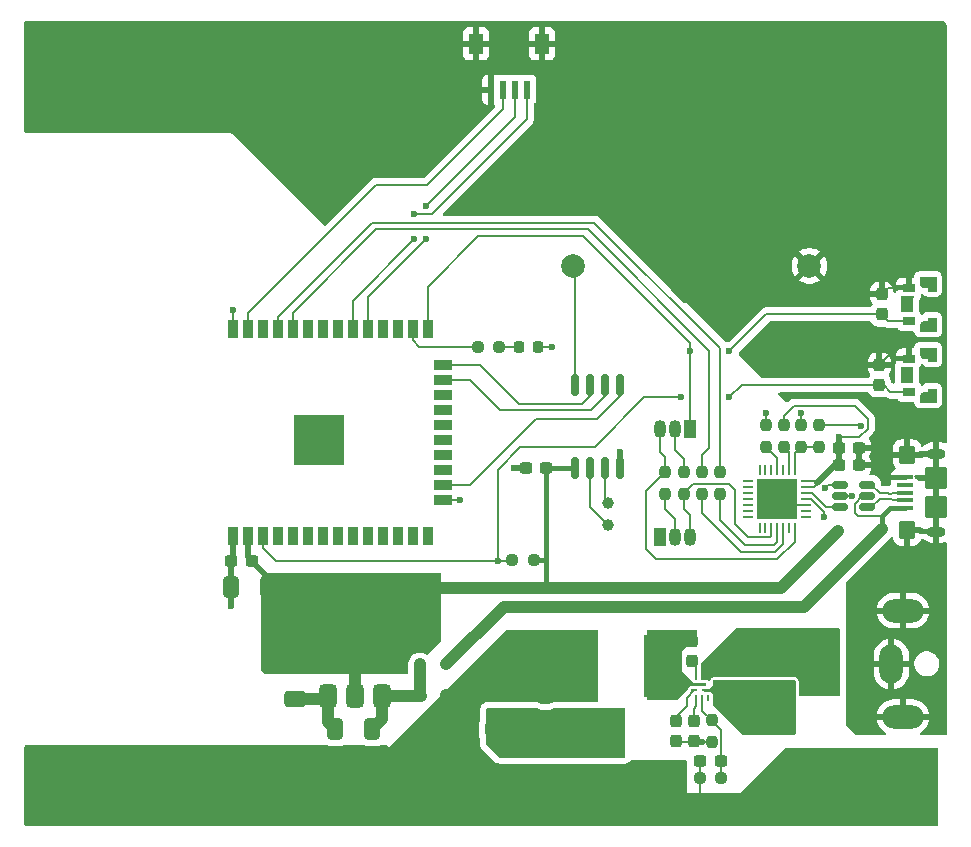
<source format=gbr>
%TF.GenerationSoftware,KiCad,Pcbnew,9.0.3*%
%TF.CreationDate,2025-08-19T04:28:39+03:00*%
%TF.ProjectId,esp,6573702e-6b69-4636-9164-5f7063625858,rev?*%
%TF.SameCoordinates,Original*%
%TF.FileFunction,Copper,L1,Top*%
%TF.FilePolarity,Positive*%
%FSLAX46Y46*%
G04 Gerber Fmt 4.6, Leading zero omitted, Abs format (unit mm)*
G04 Created by KiCad (PCBNEW 9.0.3) date 2025-08-19 04:28:39*
%MOMM*%
%LPD*%
G01*
G04 APERTURE LIST*
G04 Aperture macros list*
%AMRoundRect*
0 Rectangle with rounded corners*
0 $1 Rounding radius*
0 $2 $3 $4 $5 $6 $7 $8 $9 X,Y pos of 4 corners*
0 Add a 4 corners polygon primitive as box body*
4,1,4,$2,$3,$4,$5,$6,$7,$8,$9,$2,$3,0*
0 Add four circle primitives for the rounded corners*
1,1,$1+$1,$2,$3*
1,1,$1+$1,$4,$5*
1,1,$1+$1,$6,$7*
1,1,$1+$1,$8,$9*
0 Add four rect primitives between the rounded corners*
20,1,$1+$1,$2,$3,$4,$5,0*
20,1,$1+$1,$4,$5,$6,$7,0*
20,1,$1+$1,$6,$7,$8,$9,0*
20,1,$1+$1,$8,$9,$2,$3,0*%
G04 Aperture macros list end*
%TA.AperFunction,EtchedComponent*%
%ADD10C,0.010000*%
%TD*%
%TA.AperFunction,ComponentPad*%
%ADD11C,1.000000*%
%TD*%
%TA.AperFunction,SMDPad,CuDef*%
%ADD12RoundRect,0.125000X-0.125000X-0.125000X0.125000X-0.125000X0.125000X0.125000X-0.125000X0.125000X0*%
%TD*%
%TA.AperFunction,SMDPad,CuDef*%
%ADD13RoundRect,0.250000X-0.650000X0.412500X-0.650000X-0.412500X0.650000X-0.412500X0.650000X0.412500X0*%
%TD*%
%TA.AperFunction,SMDPad,CuDef*%
%ADD14RoundRect,0.237500X0.250000X0.237500X-0.250000X0.237500X-0.250000X-0.237500X0.250000X-0.237500X0*%
%TD*%
%TA.AperFunction,SMDPad,CuDef*%
%ADD15RoundRect,0.237500X-0.237500X0.300000X-0.237500X-0.300000X0.237500X-0.300000X0.237500X0.300000X0*%
%TD*%
%TA.AperFunction,SMDPad,CuDef*%
%ADD16RoundRect,0.150000X-0.512500X-0.150000X0.512500X-0.150000X0.512500X0.150000X-0.512500X0.150000X0*%
%TD*%
%TA.AperFunction,SMDPad,CuDef*%
%ADD17R,0.249999X0.549999*%
%TD*%
%TA.AperFunction,SMDPad,CuDef*%
%ADD18R,1.000000X0.249999*%
%TD*%
%TA.AperFunction,SMDPad,CuDef*%
%ADD19R,1.300000X0.249999*%
%TD*%
%TA.AperFunction,SMDPad,CuDef*%
%ADD20R,0.549999X0.249999*%
%TD*%
%TA.AperFunction,SMDPad,CuDef*%
%ADD21R,0.600000X1.550000*%
%TD*%
%TA.AperFunction,SMDPad,CuDef*%
%ADD22R,1.200000X1.800000*%
%TD*%
%TA.AperFunction,ComponentPad*%
%ADD23R,1.050000X1.500000*%
%TD*%
%TA.AperFunction,ComponentPad*%
%ADD24O,1.050000X1.500000*%
%TD*%
%TA.AperFunction,SMDPad,CuDef*%
%ADD25RoundRect,0.375000X0.375000X-0.625000X0.375000X0.625000X-0.375000X0.625000X-0.375000X-0.625000X0*%
%TD*%
%TA.AperFunction,SMDPad,CuDef*%
%ADD26RoundRect,0.500000X1.400000X-0.500000X1.400000X0.500000X-1.400000X0.500000X-1.400000X-0.500000X0*%
%TD*%
%TA.AperFunction,SMDPad,CuDef*%
%ADD27RoundRect,0.237500X0.237500X-0.250000X0.237500X0.250000X-0.237500X0.250000X-0.237500X-0.250000X0*%
%TD*%
%TA.AperFunction,SMDPad,CuDef*%
%ADD28RoundRect,0.150000X0.150000X-0.800000X0.150000X0.800000X-0.150000X0.800000X-0.150000X-0.800000X0*%
%TD*%
%TA.AperFunction,SMDPad,CuDef*%
%ADD29RoundRect,0.100000X0.575000X-0.100000X0.575000X0.100000X-0.575000X0.100000X-0.575000X-0.100000X0*%
%TD*%
%TA.AperFunction,ComponentPad*%
%ADD30O,1.600000X0.900000*%
%TD*%
%TA.AperFunction,SMDPad,CuDef*%
%ADD31RoundRect,0.250000X0.450000X-0.550000X0.450000X0.550000X-0.450000X0.550000X-0.450000X-0.550000X0*%
%TD*%
%TA.AperFunction,SMDPad,CuDef*%
%ADD32RoundRect,0.250000X0.700000X-0.700000X0.700000X0.700000X-0.700000X0.700000X-0.700000X-0.700000X0*%
%TD*%
%TA.AperFunction,SMDPad,CuDef*%
%ADD33RoundRect,0.237500X-0.300000X-0.237500X0.300000X-0.237500X0.300000X0.237500X-0.300000X0.237500X0*%
%TD*%
%TA.AperFunction,SMDPad,CuDef*%
%ADD34RoundRect,0.237500X-0.237500X0.250000X-0.237500X-0.250000X0.237500X-0.250000X0.237500X0.250000X0*%
%TD*%
%TA.AperFunction,SMDPad,CuDef*%
%ADD35R,1.100000X0.700000*%
%TD*%
%TA.AperFunction,ComponentPad*%
%ADD36C,0.800000*%
%TD*%
%TA.AperFunction,SMDPad,CuDef*%
%ADD37R,1.100000X1.400000*%
%TD*%
%TA.AperFunction,ComponentPad*%
%ADD38C,2.000000*%
%TD*%
%TA.AperFunction,ComponentPad*%
%ADD39C,4.000000*%
%TD*%
%TA.AperFunction,SMDPad,CuDef*%
%ADD40RoundRect,0.237500X0.237500X-0.300000X0.237500X0.300000X-0.237500X0.300000X-0.237500X-0.300000X0*%
%TD*%
%TA.AperFunction,SMDPad,CuDef*%
%ADD41RoundRect,0.218750X0.218750X0.256250X-0.218750X0.256250X-0.218750X-0.256250X0.218750X-0.256250X0*%
%TD*%
%TA.AperFunction,SMDPad,CuDef*%
%ADD42RoundRect,0.062500X0.337500X0.062500X-0.337500X0.062500X-0.337500X-0.062500X0.337500X-0.062500X0*%
%TD*%
%TA.AperFunction,SMDPad,CuDef*%
%ADD43RoundRect,0.062500X0.062500X0.337500X-0.062500X0.337500X-0.062500X-0.337500X0.062500X-0.337500X0*%
%TD*%
%TA.AperFunction,HeatsinkPad*%
%ADD44R,3.350000X3.350000*%
%TD*%
%TA.AperFunction,SMDPad,CuDef*%
%ADD45RoundRect,0.250000X0.412500X0.650000X-0.412500X0.650000X-0.412500X-0.650000X0.412500X-0.650000X0*%
%TD*%
%TA.AperFunction,ComponentPad*%
%ADD46R,2.000000X4.000000*%
%TD*%
%TA.AperFunction,ComponentPad*%
%ADD47O,2.000000X3.300000*%
%TD*%
%TA.AperFunction,ComponentPad*%
%ADD48O,3.500000X2.000000*%
%TD*%
%TA.AperFunction,SMDPad,CuDef*%
%ADD49R,0.900000X1.500000*%
%TD*%
%TA.AperFunction,SMDPad,CuDef*%
%ADD50R,1.500000X0.900000*%
%TD*%
%TA.AperFunction,SMDPad,CuDef*%
%ADD51R,4.200000X4.200000*%
%TD*%
%TA.AperFunction,SMDPad,CuDef*%
%ADD52R,2.413000X5.334000*%
%TD*%
%TA.AperFunction,SMDPad,CuDef*%
%ADD53RoundRect,0.237500X0.300000X0.237500X-0.300000X0.237500X-0.300000X-0.237500X0.300000X-0.237500X0*%
%TD*%
%TA.AperFunction,SMDPad,CuDef*%
%ADD54RoundRect,0.237500X-0.250000X-0.237500X0.250000X-0.237500X0.250000X0.237500X-0.250000X0.237500X0*%
%TD*%
%TA.AperFunction,ViaPad*%
%ADD55C,0.600000*%
%TD*%
%TA.AperFunction,Conductor*%
%ADD56C,0.200000*%
%TD*%
%TA.AperFunction,Conductor*%
%ADD57C,1.000000*%
%TD*%
%TA.AperFunction,Conductor*%
%ADD58C,0.500000*%
%TD*%
%TA.AperFunction,Conductor*%
%ADD59C,0.400000*%
%TD*%
G04 APERTURE END LIST*
D10*
%TO.C,S1*%
X117987500Y-70050000D02*
X116637500Y-70050000D01*
X116637500Y-69575000D01*
X116638500Y-69554000D01*
X116639500Y-69533000D01*
X116642500Y-69512000D01*
X116646500Y-69492000D01*
X116651500Y-69471000D01*
X116657500Y-69451000D01*
X116664500Y-69432000D01*
X116672500Y-69412000D01*
X116681500Y-69393000D01*
X116691500Y-69375000D01*
X116702500Y-69357000D01*
X116713500Y-69340000D01*
X116726500Y-69323000D01*
X116740500Y-69307000D01*
X116754500Y-69292000D01*
X116769500Y-69278000D01*
X116785500Y-69264000D01*
X116802500Y-69251000D01*
X116819500Y-69240000D01*
X116837500Y-69229000D01*
X116855500Y-69219000D01*
X116874500Y-69210000D01*
X116894500Y-69202000D01*
X116913500Y-69195000D01*
X116933500Y-69189000D01*
X116954500Y-69184000D01*
X116974500Y-69180000D01*
X116995500Y-69177000D01*
X117016500Y-69176000D01*
X117037500Y-69175000D01*
X117337500Y-69175000D01*
X117337500Y-68900000D01*
X117987500Y-68900000D01*
X117987500Y-70050000D01*
%TA.AperFunction,EtchedComponent*%
G36*
X117987500Y-70050000D02*
G01*
X116637500Y-70050000D01*
X116637500Y-69575000D01*
X116638500Y-69554000D01*
X116639500Y-69533000D01*
X116642500Y-69512000D01*
X116646500Y-69492000D01*
X116651500Y-69471000D01*
X116657500Y-69451000D01*
X116664500Y-69432000D01*
X116672500Y-69412000D01*
X116681500Y-69393000D01*
X116691500Y-69375000D01*
X116702500Y-69357000D01*
X116713500Y-69340000D01*
X116726500Y-69323000D01*
X116740500Y-69307000D01*
X116754500Y-69292000D01*
X116769500Y-69278000D01*
X116785500Y-69264000D01*
X116802500Y-69251000D01*
X116819500Y-69240000D01*
X116837500Y-69229000D01*
X116855500Y-69219000D01*
X116874500Y-69210000D01*
X116894500Y-69202000D01*
X116913500Y-69195000D01*
X116933500Y-69189000D01*
X116954500Y-69184000D01*
X116974500Y-69180000D01*
X116995500Y-69177000D01*
X117016500Y-69176000D01*
X117037500Y-69175000D01*
X117337500Y-69175000D01*
X117337500Y-68900000D01*
X117987500Y-68900000D01*
X117987500Y-70050000D01*
G37*
%TD.AperFunction*%
X117987500Y-65455000D02*
X117987500Y-66600000D01*
X117337500Y-66600000D01*
X117337500Y-66325000D01*
X117037500Y-66325000D01*
X117016500Y-66324000D01*
X116995500Y-66323000D01*
X116974500Y-66320000D01*
X116954500Y-66316000D01*
X116933500Y-66311000D01*
X116913500Y-66305000D01*
X116894500Y-66298000D01*
X116874500Y-66290000D01*
X116855500Y-66281000D01*
X116837500Y-66271000D01*
X116819500Y-66260000D01*
X116802500Y-66249000D01*
X116785500Y-66236000D01*
X116769500Y-66222000D01*
X116754500Y-66208000D01*
X116740500Y-66193000D01*
X116726500Y-66177000D01*
X116713500Y-66160000D01*
X116702500Y-66143000D01*
X116691500Y-66125000D01*
X116681500Y-66107000D01*
X116672500Y-66088000D01*
X116664500Y-66068000D01*
X116657500Y-66049000D01*
X116651500Y-66029000D01*
X116646500Y-66008000D01*
X116642500Y-65988000D01*
X116639500Y-65967000D01*
X116638500Y-65946000D01*
X116637500Y-65925000D01*
X116637500Y-65450000D01*
X117987500Y-65450000D01*
X117987500Y-65455000D01*
%TA.AperFunction,EtchedComponent*%
G36*
X117987500Y-65455000D02*
G01*
X117987500Y-66600000D01*
X117337500Y-66600000D01*
X117337500Y-66325000D01*
X117037500Y-66325000D01*
X117016500Y-66324000D01*
X116995500Y-66323000D01*
X116974500Y-66320000D01*
X116954500Y-66316000D01*
X116933500Y-66311000D01*
X116913500Y-66305000D01*
X116894500Y-66298000D01*
X116874500Y-66290000D01*
X116855500Y-66281000D01*
X116837500Y-66271000D01*
X116819500Y-66260000D01*
X116802500Y-66249000D01*
X116785500Y-66236000D01*
X116769500Y-66222000D01*
X116754500Y-66208000D01*
X116740500Y-66193000D01*
X116726500Y-66177000D01*
X116713500Y-66160000D01*
X116702500Y-66143000D01*
X116691500Y-66125000D01*
X116681500Y-66107000D01*
X116672500Y-66088000D01*
X116664500Y-66068000D01*
X116657500Y-66049000D01*
X116651500Y-66029000D01*
X116646500Y-66008000D01*
X116642500Y-65988000D01*
X116639500Y-65967000D01*
X116638500Y-65946000D01*
X116637500Y-65925000D01*
X116637500Y-65450000D01*
X117987500Y-65450000D01*
X117987500Y-65455000D01*
G37*
%TD.AperFunction*%
%TO.C,S2*%
X117987500Y-64050000D02*
X116637500Y-64050000D01*
X116637500Y-63575000D01*
X116638500Y-63554000D01*
X116639500Y-63533000D01*
X116642500Y-63512000D01*
X116646500Y-63492000D01*
X116651500Y-63471000D01*
X116657500Y-63451000D01*
X116664500Y-63432000D01*
X116672500Y-63412000D01*
X116681500Y-63393000D01*
X116691500Y-63375000D01*
X116702500Y-63357000D01*
X116713500Y-63340000D01*
X116726500Y-63323000D01*
X116740500Y-63307000D01*
X116754500Y-63292000D01*
X116769500Y-63278000D01*
X116785500Y-63264000D01*
X116802500Y-63251000D01*
X116819500Y-63240000D01*
X116837500Y-63229000D01*
X116855500Y-63219000D01*
X116874500Y-63210000D01*
X116894500Y-63202000D01*
X116913500Y-63195000D01*
X116933500Y-63189000D01*
X116954500Y-63184000D01*
X116974500Y-63180000D01*
X116995500Y-63177000D01*
X117016500Y-63176000D01*
X117037500Y-63175000D01*
X117337500Y-63175000D01*
X117337500Y-62900000D01*
X117987500Y-62900000D01*
X117987500Y-64050000D01*
%TA.AperFunction,EtchedComponent*%
G36*
X117987500Y-64050000D02*
G01*
X116637500Y-64050000D01*
X116637500Y-63575000D01*
X116638500Y-63554000D01*
X116639500Y-63533000D01*
X116642500Y-63512000D01*
X116646500Y-63492000D01*
X116651500Y-63471000D01*
X116657500Y-63451000D01*
X116664500Y-63432000D01*
X116672500Y-63412000D01*
X116681500Y-63393000D01*
X116691500Y-63375000D01*
X116702500Y-63357000D01*
X116713500Y-63340000D01*
X116726500Y-63323000D01*
X116740500Y-63307000D01*
X116754500Y-63292000D01*
X116769500Y-63278000D01*
X116785500Y-63264000D01*
X116802500Y-63251000D01*
X116819500Y-63240000D01*
X116837500Y-63229000D01*
X116855500Y-63219000D01*
X116874500Y-63210000D01*
X116894500Y-63202000D01*
X116913500Y-63195000D01*
X116933500Y-63189000D01*
X116954500Y-63184000D01*
X116974500Y-63180000D01*
X116995500Y-63177000D01*
X117016500Y-63176000D01*
X117037500Y-63175000D01*
X117337500Y-63175000D01*
X117337500Y-62900000D01*
X117987500Y-62900000D01*
X117987500Y-64050000D01*
G37*
%TD.AperFunction*%
X117987500Y-59455000D02*
X117987500Y-60600000D01*
X117337500Y-60600000D01*
X117337500Y-60325000D01*
X117037500Y-60325000D01*
X117016500Y-60324000D01*
X116995500Y-60323000D01*
X116974500Y-60320000D01*
X116954500Y-60316000D01*
X116933500Y-60311000D01*
X116913500Y-60305000D01*
X116894500Y-60298000D01*
X116874500Y-60290000D01*
X116855500Y-60281000D01*
X116837500Y-60271000D01*
X116819500Y-60260000D01*
X116802500Y-60249000D01*
X116785500Y-60236000D01*
X116769500Y-60222000D01*
X116754500Y-60208000D01*
X116740500Y-60193000D01*
X116726500Y-60177000D01*
X116713500Y-60160000D01*
X116702500Y-60143000D01*
X116691500Y-60125000D01*
X116681500Y-60107000D01*
X116672500Y-60088000D01*
X116664500Y-60068000D01*
X116657500Y-60049000D01*
X116651500Y-60029000D01*
X116646500Y-60008000D01*
X116642500Y-59988000D01*
X116639500Y-59967000D01*
X116638500Y-59946000D01*
X116637500Y-59925000D01*
X116637500Y-59450000D01*
X117987500Y-59450000D01*
X117987500Y-59455000D01*
%TA.AperFunction,EtchedComponent*%
G36*
X117987500Y-59455000D02*
G01*
X117987500Y-60600000D01*
X117337500Y-60600000D01*
X117337500Y-60325000D01*
X117037500Y-60325000D01*
X117016500Y-60324000D01*
X116995500Y-60323000D01*
X116974500Y-60320000D01*
X116954500Y-60316000D01*
X116933500Y-60311000D01*
X116913500Y-60305000D01*
X116894500Y-60298000D01*
X116874500Y-60290000D01*
X116855500Y-60281000D01*
X116837500Y-60271000D01*
X116819500Y-60260000D01*
X116802500Y-60249000D01*
X116785500Y-60236000D01*
X116769500Y-60222000D01*
X116754500Y-60208000D01*
X116740500Y-60193000D01*
X116726500Y-60177000D01*
X116713500Y-60160000D01*
X116702500Y-60143000D01*
X116691500Y-60125000D01*
X116681500Y-60107000D01*
X116672500Y-60088000D01*
X116664500Y-60068000D01*
X116657500Y-60049000D01*
X116651500Y-60029000D01*
X116646500Y-60008000D01*
X116642500Y-59988000D01*
X116639500Y-59967000D01*
X116638500Y-59946000D01*
X116637500Y-59925000D01*
X116637500Y-59450000D01*
X117987500Y-59450000D01*
X117987500Y-59455000D01*
G37*
%TD.AperFunction*%
%TD*%
D11*
%TO.P,Y1,1,1*%
%TO.N,Net-(U3-X1)*%
X90200000Y-80450000D03*
%TO.P,Y1,2,2*%
%TO.N,Net-(U3-X2)*%
X90200000Y-78550000D03*
%TD*%
D12*
%TO.P,D3,1,K*%
%TO.N,Net-(D2-K)*%
X74300000Y-92250000D03*
%TO.P,D3,2,A*%
%TO.N,/VBUS*%
X76500000Y-92250000D03*
%TD*%
D13*
%TO.P,C6,1*%
%TO.N,+9V*%
X104500000Y-92037500D03*
%TO.P,C6,2*%
%TO.N,GND*%
X104500000Y-95162500D03*
%TD*%
D14*
%TO.P,R5,1*%
%TO.N,+3.3V*%
X83912500Y-83450000D03*
%TO.P,R5,2*%
%TO.N,/EN*%
X82087500Y-83450000D03*
%TD*%
D15*
%TO.P,C10,1*%
%TO.N,Net-(U6-SS)*%
X96000000Y-97037500D03*
%TO.P,C10,2*%
%TO.N,GND*%
X96000000Y-98762500D03*
%TD*%
D16*
%TO.P,U1,1,I/O1*%
%TO.N,/USB_D_P*%
X109862500Y-77050000D03*
%TO.P,U1,2,GND*%
%TO.N,GND*%
X109862500Y-78000000D03*
%TO.P,U1,3,I/O2*%
%TO.N,/USB_D_N*%
X109862500Y-78950000D03*
%TO.P,U1,4,I/O2*%
%TO.N,/USB0_D_N*%
X112137500Y-78950000D03*
%TO.P,U1,5,VBUS*%
%TO.N,/VBUS*%
X112137500Y-78000000D03*
%TO.P,U1,6,I/O1*%
%TO.N,/USB0_D_P*%
X112137500Y-77050000D03*
%TD*%
D17*
%TO.P,U6,1,VCC*%
%TO.N,Net-(U6-VCC)*%
X97699998Y-95124997D03*
%TO.P,U6,2,FB*%
%TO.N,Net-(U6-FB)*%
X98199997Y-95124997D03*
%TO.P,U6,3,EN*%
%TO.N,unconnected-(U6-EN-Pad3)*%
X98699999Y-95124997D03*
D18*
%TO.P,U6,4,PGND*%
%TO.N,GND*%
X98649999Y-94450000D03*
D17*
%TO.P,U6,5,VIN*%
%TO.N,+9V*%
X98699999Y-93274998D03*
%TO.P,U6,6,VIN*%
X98199997Y-93274998D03*
%TO.P,U6,7,BST*%
%TO.N,Net-(U6-BST)*%
X97699998Y-93274998D03*
D19*
%TO.P,U6,8,SW*%
%TO.N,Net-(U6-SW)*%
X97900001Y-93950000D03*
D20*
%TO.P,U6,9,SS*%
%TO.N,Net-(U6-SS)*%
X97525000Y-94450000D03*
%TD*%
D21*
%TO.P,J3,1,1*%
%TO.N,/ind_clk*%
X83346000Y-43599999D03*
%TO.P,J3,2,2*%
%TO.N,/ind_cs*%
X82345999Y-43599999D03*
%TO.P,J3,3,3*%
%TO.N,/ind_din*%
X81345999Y-43599999D03*
%TO.P,J3,4,4*%
%TO.N,GND*%
X80346001Y-43599999D03*
D22*
%TO.P,J3,5,5*%
X84646000Y-39699999D03*
%TO.P,J3,6,6*%
X79046001Y-39699999D03*
%TD*%
D23*
%TO.P,Q1,1,C*%
%TO.N,/EN*%
X94600000Y-81460000D03*
D24*
%TO.P,Q1,2,B*%
%TO.N,Net-(Q1-B)*%
X95870000Y-81460000D03*
%TO.P,Q1,3,E*%
%TO.N,/RTS*%
X97140000Y-81460000D03*
%TD*%
D13*
%TO.P,C17,1*%
%TO.N,+5V*%
X83000000Y-94587500D03*
%TO.P,C17,2*%
%TO.N,GND*%
X83000000Y-97712500D03*
%TD*%
%TO.P,C7,1*%
%TO.N,+9V*%
X102200000Y-92037500D03*
%TO.P,C7,2*%
%TO.N,GND*%
X102200000Y-95162500D03*
%TD*%
D14*
%TO.P,R11,1*%
%TO.N,Net-(U6-FB)*%
X99812500Y-101900000D03*
%TO.P,R11,2*%
%TO.N,+5V*%
X97987500Y-101900000D03*
%TD*%
D25*
%TO.P,U5,1,GND*%
%TO.N,GND*%
X66500000Y-94900000D03*
%TO.P,U5,2,VO*%
%TO.N,+3.3V*%
X68800000Y-94900000D03*
D26*
X68800000Y-88600000D03*
D25*
%TO.P,U5,3,VI*%
%TO.N,Net-(D2-K)*%
X71100000Y-94900000D03*
%TD*%
D27*
%TO.P,R1,1*%
%TO.N,Net-(U2-VBUS)*%
X108100000Y-73812500D03*
%TO.P,R1,2*%
%TO.N,/VBUS*%
X108100000Y-71987500D03*
%TD*%
%TO.P,R12,1*%
%TO.N,GND*%
X99000000Y-98812500D03*
%TO.P,R12,2*%
%TO.N,Net-(U6-FB)*%
X99000000Y-96987500D03*
%TD*%
D28*
%TO.P,U3,1,VCC2*%
%TO.N,+3.3V*%
X87395000Y-75600000D03*
%TO.P,U3,2,X1*%
%TO.N,Net-(U3-X1)*%
X88665000Y-75600000D03*
%TO.P,U3,3,X2*%
%TO.N,Net-(U3-X2)*%
X89935000Y-75600000D03*
%TO.P,U3,4,GND*%
%TO.N,GND*%
X91205000Y-75600000D03*
%TO.P,U3,5,CE*%
%TO.N,/rtc_ce*%
X91205000Y-68600000D03*
%TO.P,U3,6,I/O*%
%TO.N,/rtc_io*%
X89935000Y-68600000D03*
%TO.P,U3,7,SCLK*%
%TO.N,/rtc_scl*%
X88665000Y-68600000D03*
%TO.P,U3,8,VCC1*%
%TO.N,Net-(U3-VCC1)*%
X87395000Y-68600000D03*
%TD*%
D29*
%TO.P,J2,1,VBUS*%
%TO.N,/VBUS*%
X115325000Y-79000000D03*
%TO.P,J2,2,D-*%
%TO.N,/USB0_D_N*%
X115325000Y-78350000D03*
%TO.P,J2,3,D+*%
%TO.N,/USB0_D_P*%
X115325000Y-77700000D03*
%TO.P,J2,4,ID*%
%TO.N,unconnected-(J2-ID-Pad4)*%
X115325000Y-77050000D03*
%TO.P,J2,5,GND*%
%TO.N,GND*%
X115325000Y-76400000D03*
D30*
%TO.P,J2,6,Shield*%
X118000000Y-81000000D03*
D31*
X115550000Y-80900000D03*
D32*
X118000000Y-78900000D03*
X118000000Y-76500000D03*
D31*
X115550000Y-74500000D03*
D30*
X118000000Y-74400000D03*
%TD*%
D13*
%TO.P,C12,1*%
%TO.N,+3.3V*%
X63700000Y-92087500D03*
%TO.P,C12,2*%
%TO.N,GND*%
X63700000Y-95212500D03*
%TD*%
D33*
%TO.P,C1,1*%
%TO.N,+3.3V*%
X109737500Y-75400000D03*
%TO.P,C1,2*%
%TO.N,GND*%
X111462500Y-75400000D03*
%TD*%
%TO.P,C20,1*%
%TO.N,GND*%
X83237500Y-75650000D03*
%TO.P,C20,2*%
%TO.N,+3.3V*%
X84962500Y-75650000D03*
%TD*%
D15*
%TO.P,C19,1*%
%TO.N,+5V*%
X84900000Y-95087500D03*
%TO.P,C19,2*%
%TO.N,GND*%
X84900000Y-96812500D03*
%TD*%
D34*
%TO.P,R9,1*%
%TO.N,/TXD0*%
X99700000Y-75987500D03*
%TO.P,R9,2*%
%TO.N,/RXD*%
X99700000Y-77812500D03*
%TD*%
D15*
%TO.P,C9,1*%
%TO.N,Net-(U6-VCC)*%
X97500000Y-97037500D03*
%TO.P,C9,2*%
%TO.N,GND*%
X97500000Y-98762500D03*
%TD*%
D33*
%TO.P,C2,1*%
%TO.N,+3.3V*%
X109737500Y-73900000D03*
%TO.P,C2,2*%
%TO.N,GND*%
X111462500Y-73900000D03*
%TD*%
D35*
%TO.P,S1,1*%
%TO.N,GND*%
X115687500Y-66350000D03*
%TO.P,S1,2*%
%TO.N,/EN*%
X115687500Y-69150000D03*
D36*
%TO.P,S1,SH1*%
%TO.N,N/C*%
X117037500Y-65925000D03*
%TO.P,S1,SH2*%
X117037500Y-69575000D03*
D37*
%TO.P,S1,SH3*%
X115537500Y-67750000D03*
%TD*%
D38*
%TO.P,bat_3v1,1,+*%
%TO.N,Net-(U3-VCC1)*%
X87275062Y-58500000D03*
%TO.P,bat_3v1,2,-*%
%TO.N,GND*%
X107275062Y-58500000D03*
%TD*%
D39*
%TO.P,HO1,1,1*%
%TO.N,+5V*%
X44500000Y-101750000D03*
%TD*%
%TO.P,HO2,1,1*%
%TO.N,+5V*%
X112000000Y-101750000D03*
%TD*%
D40*
%TO.P,C3,1*%
%TO.N,/EN*%
X113200000Y-68612500D03*
%TO.P,C3,2*%
%TO.N,GND*%
X113200000Y-66887500D03*
%TD*%
D27*
%TO.P,R7,1*%
%TO.N,Net-(Q1-B)*%
X95070000Y-77812500D03*
%TO.P,R7,2*%
%TO.N,/DTR*%
X95070000Y-75987500D03*
%TD*%
D41*
%TO.P,D1,1,K*%
%TO.N,GND*%
X84287500Y-65350000D03*
%TO.P,D1,2,A*%
%TO.N,Net-(D1-A)*%
X82712500Y-65350000D03*
%TD*%
D42*
%TO.P,U2,1,~{DCD}*%
%TO.N,unconnected-(U2-~{DCD}-Pad1)*%
X107000000Y-79750000D03*
%TO.P,U2,2,~{RI}/CLK*%
%TO.N,unconnected-(U2-~{RI}{slash}CLK-Pad2)*%
X107000000Y-79250000D03*
%TO.P,U2,3,GND*%
%TO.N,GND*%
X107000000Y-78750000D03*
%TO.P,U2,4,D+*%
%TO.N,/USB_D_P*%
X107000000Y-78250000D03*
%TO.P,U2,5,D-*%
%TO.N,/USB_D_N*%
X107000000Y-77750000D03*
%TO.P,U2,6,VDD*%
%TO.N,+3.3V*%
X107000000Y-77250000D03*
%TO.P,U2,7,VREGIN*%
X107000000Y-76750000D03*
D43*
%TO.P,U2,8,VBUS*%
%TO.N,Net-(U2-VBUS)*%
X106050000Y-75800000D03*
%TO.P,U2,9,~{RST}*%
%TO.N,Net-(U2-~{RST})*%
X105550000Y-75800000D03*
%TO.P,U2,10,NC*%
%TO.N,unconnected-(U2-NC-Pad10)*%
X105050000Y-75800000D03*
%TO.P,U2,11,~{SUSPEND}*%
%TO.N,Net-(U2-~{SUSPEND})*%
X104550000Y-75800000D03*
%TO.P,U2,12,SUSPEND*%
%TO.N,unconnected-(U2-SUSPEND-Pad12)*%
X104050000Y-75800000D03*
%TO.P,U2,13,CHREN*%
%TO.N,unconnected-(U2-CHREN-Pad13)*%
X103550000Y-75800000D03*
%TO.P,U2,14,CHR1*%
%TO.N,unconnected-(U2-CHR1-Pad14)*%
X103050000Y-75800000D03*
D42*
%TO.P,U2,15,CHR0*%
%TO.N,unconnected-(U2-CHR0-Pad15)*%
X102100000Y-76750000D03*
%TO.P,U2,16,~{WAKEUP}/GPIO.3*%
%TO.N,unconnected-(U2-~{WAKEUP}{slash}GPIO.3-Pad16)*%
X102100000Y-77250000D03*
%TO.P,U2,17,RS485/GPIO.2*%
%TO.N,unconnected-(U2-RS485{slash}GPIO.2-Pad17)*%
X102100000Y-77750000D03*
%TO.P,U2,18,~{RXT}/GPIO.1*%
%TO.N,unconnected-(U2-~{RXT}{slash}GPIO.1-Pad18)*%
X102100000Y-78250000D03*
%TO.P,U2,19,~{TXT}/GPIO.0*%
%TO.N,unconnected-(U2-~{TXT}{slash}GPIO.0-Pad19)*%
X102100000Y-78750000D03*
%TO.P,U2,20,GPIO.6*%
%TO.N,unconnected-(U2-GPIO.6-Pad20)*%
X102100000Y-79250000D03*
%TO.P,U2,21,GPIO.5*%
%TO.N,unconnected-(U2-GPIO.5-Pad21)*%
X102100000Y-79750000D03*
D43*
%TO.P,U2,22,GPIO.4*%
%TO.N,unconnected-(U2-GPIO.4-Pad22)*%
X103050000Y-80700000D03*
%TO.P,U2,23,~{CTS}*%
%TO.N,unconnected-(U2-~{CTS}-Pad23)*%
X103550000Y-80700000D03*
%TO.P,U2,24,~{RTS}*%
%TO.N,/RTS*%
X104050000Y-80700000D03*
%TO.P,U2,25,RXD*%
%TO.N,/RXD*%
X104550000Y-80700000D03*
%TO.P,U2,26,TXD*%
%TO.N,/TXD*%
X105050000Y-80700000D03*
%TO.P,U2,27,~{DSR}*%
%TO.N,unconnected-(U2-~{DSR}-Pad27)*%
X105550000Y-80700000D03*
%TO.P,U2,28,~{DTR}*%
%TO.N,/DTR*%
X106050000Y-80700000D03*
D44*
%TO.P,U2,29,GND*%
%TO.N,GND*%
X104550000Y-78250000D03*
%TD*%
D27*
%TO.P,R8,1*%
%TO.N,/RTS*%
X96670000Y-77812500D03*
%TO.P,R8,2*%
%TO.N,Net-(Q2-B)*%
X96670000Y-75987500D03*
%TD*%
D35*
%TO.P,S2,1*%
%TO.N,GND*%
X115687500Y-60350000D03*
%TO.P,S2,2*%
%TO.N,/IO0*%
X115687500Y-63150000D03*
D36*
%TO.P,S2,SH1*%
%TO.N,N/C*%
X117037500Y-59925000D03*
%TO.P,S2,SH2*%
X117037500Y-63575000D03*
D37*
%TO.P,S2,SH3*%
X115537500Y-61750000D03*
%TD*%
D45*
%TO.P,C11,1*%
%TO.N,Net-(D2-K)*%
X70262500Y-97750000D03*
%TO.P,C11,2*%
%TO.N,GND*%
X67137500Y-97750000D03*
%TD*%
D46*
%TO.P,J1,1*%
%TO.N,+9V*%
X108200000Y-92200000D03*
D47*
%TO.P,J1,2*%
%TO.N,GND*%
X114200000Y-92200000D03*
D48*
%TO.P,J1,MP,MountPin*%
X115200000Y-96700000D03*
X115200000Y-87700000D03*
%TD*%
D40*
%TO.P,C13,1*%
%TO.N,Net-(U6-BST)*%
X97300000Y-91962500D03*
%TO.P,C13,2*%
%TO.N,Net-(U6-SW)*%
X97300000Y-90237500D03*
%TD*%
D49*
%TO.P,U4,1,GND*%
%TO.N,GND*%
X58450000Y-81350000D03*
%TO.P,U4,2,VDD*%
%TO.N,+3.3V*%
X59720000Y-81350000D03*
%TO.P,U4,3,EN*%
%TO.N,/EN*%
X60990000Y-81350000D03*
%TO.P,U4,4,SENSOR_VP*%
%TO.N,unconnected-(U4-SENSOR_VP-Pad4)*%
X62260000Y-81350000D03*
%TO.P,U4,5,SENSOR_VN*%
%TO.N,unconnected-(U4-SENSOR_VN-Pad5)*%
X63530000Y-81350000D03*
%TO.P,U4,6,IO34*%
%TO.N,unconnected-(U4-IO34-Pad6)*%
X64800000Y-81350000D03*
%TO.P,U4,7,IO35*%
%TO.N,unconnected-(U4-IO35-Pad7)*%
X66070000Y-81350000D03*
%TO.P,U4,8,IO32*%
%TO.N,unconnected-(U4-IO32-Pad8)*%
X67340000Y-81350000D03*
%TO.P,U4,9,IO33*%
%TO.N,unconnected-(U4-IO33-Pad9)*%
X68610000Y-81350000D03*
%TO.P,U4,10,IO25*%
%TO.N,unconnected-(U4-IO25-Pad10)*%
X69880000Y-81350000D03*
%TO.P,U4,11,IO26*%
%TO.N,unconnected-(U4-IO26-Pad11)*%
X71150000Y-81350000D03*
%TO.P,U4,12,IO27*%
%TO.N,unconnected-(U4-IO27-Pad12)*%
X72420000Y-81350000D03*
%TO.P,U4,13,IO14*%
%TO.N,unconnected-(U4-IO14-Pad13)*%
X73690000Y-81350000D03*
%TO.P,U4,14,IO12*%
%TO.N,unconnected-(U4-IO12-Pad14)*%
X74960000Y-81350000D03*
D50*
%TO.P,U4,15,GND*%
%TO.N,GND*%
X76210000Y-78310000D03*
%TO.P,U4,16,IO13*%
%TO.N,/rtc_ce*%
X76210000Y-77040000D03*
%TO.P,U4,17,SHD/SD2*%
%TO.N,unconnected-(U4-SHD{slash}SD2-Pad17)*%
X76210000Y-75770000D03*
%TO.P,U4,18,SWP/SD3*%
%TO.N,unconnected-(U4-SWP{slash}SD3-Pad18)*%
X76210000Y-74500000D03*
%TO.P,U4,19,SCS/CMD*%
%TO.N,unconnected-(U4-SCS{slash}CMD-Pad19)*%
X76210000Y-73230000D03*
%TO.P,U4,20,SCK/CLK*%
%TO.N,unconnected-(U4-SCK{slash}CLK-Pad20)*%
X76210000Y-71960000D03*
%TO.P,U4,21,SDO/SD0*%
%TO.N,unconnected-(U4-SDO{slash}SD0-Pad21)*%
X76210000Y-70690000D03*
%TO.P,U4,22,SDI/SD1*%
%TO.N,unconnected-(U4-SDI{slash}SD1-Pad22)*%
X76210000Y-69420000D03*
%TO.P,U4,23,IO15*%
%TO.N,/rtc_io*%
X76210000Y-68150000D03*
%TO.P,U4,24,IO2*%
%TO.N,/rtc_scl*%
X76210000Y-66880000D03*
D49*
%TO.P,U4,25,IO0*%
%TO.N,/IO0*%
X74960000Y-63850000D03*
%TO.P,U4,26,IO4*%
%TO.N,/led*%
X73690000Y-63850000D03*
%TO.P,U4,27,IO16*%
%TO.N,unconnected-(U4-IO16-Pad27)*%
X72420000Y-63850000D03*
%TO.P,U4,28,IO17*%
%TO.N,unconnected-(U4-IO17-Pad28)*%
X71150000Y-63850000D03*
%TO.P,U4,29,IO5*%
%TO.N,/ind_cs*%
X69880000Y-63850000D03*
%TO.P,U4,30,IO18*%
%TO.N,/ind_clk*%
X68610000Y-63850000D03*
%TO.P,U4,31,IO19*%
%TO.N,unconnected-(U4-IO19-Pad31)*%
X67340000Y-63850000D03*
%TO.P,U4,32,NC*%
%TO.N,unconnected-(U4-NC-Pad32)*%
X66070000Y-63850000D03*
%TO.P,U4,33,IO21*%
%TO.N,unconnected-(U4-IO21-Pad33)*%
X64800000Y-63850000D03*
%TO.P,U4,34,RXD0/IO3*%
%TO.N,/RXD0*%
X63530000Y-63850000D03*
%TO.P,U4,35,TXD0/IO1*%
%TO.N,/TXD0*%
X62260000Y-63850000D03*
%TO.P,U4,36,IO22*%
%TO.N,unconnected-(U4-IO22-Pad36)*%
X60990000Y-63850000D03*
%TO.P,U4,37,IO23*%
%TO.N,/ind_din*%
X59720000Y-63850000D03*
%TO.P,U4,38,GND*%
%TO.N,GND*%
X58450000Y-63850000D03*
D51*
%TO.P,U4,39,GND*%
X65790000Y-73280000D03*
%TD*%
D12*
%TO.P,D2,1,K*%
%TO.N,Net-(D2-K)*%
X74300000Y-94850000D03*
%TO.P,D2,2,A*%
%TO.N,+5V*%
X76500000Y-94850000D03*
%TD*%
D52*
%TO.P,L2,1,1*%
%TO.N,+5V*%
X87180500Y-92350000D03*
%TO.P,L2,2,2*%
%TO.N,Net-(U6-SW)*%
X94419500Y-92350000D03*
%TD*%
D39*
%TO.P,HO4,1,1*%
%TO.N,GND*%
X112000000Y-40500000D03*
%TD*%
D27*
%TO.P,R3,1*%
%TO.N,Net-(U2-~{RST})*%
X105100000Y-73812500D03*
%TO.P,R3,2*%
%TO.N,+3.3V*%
X105100000Y-71987500D03*
%TD*%
D34*
%TO.P,R10,1*%
%TO.N,/RXD0*%
X98200000Y-75987500D03*
%TO.P,R10,2*%
%TO.N,/TXD*%
X98200000Y-77812500D03*
%TD*%
D53*
%TO.P,C5,1*%
%TO.N,+3.3V*%
X60047500Y-83500000D03*
%TO.P,C5,2*%
%TO.N,GND*%
X58322500Y-83500000D03*
%TD*%
D23*
%TO.P,Q2,1,C*%
%TO.N,/IO0*%
X97140000Y-72340000D03*
D24*
%TO.P,Q2,2,B*%
%TO.N,Net-(Q2-B)*%
X95870000Y-72340000D03*
%TO.P,Q2,3,E*%
%TO.N,/DTR*%
X94600000Y-72340000D03*
%TD*%
D45*
%TO.P,C4,1*%
%TO.N,+3.3V*%
X61447500Y-85700000D03*
%TO.P,C4,2*%
%TO.N,GND*%
X58322500Y-85700000D03*
%TD*%
D33*
%TO.P,C14,1*%
%TO.N,+5V*%
X98037500Y-100400000D03*
%TO.P,C14,2*%
%TO.N,Net-(U6-FB)*%
X99762500Y-100400000D03*
%TD*%
D34*
%TO.P,R2,1*%
%TO.N,GND*%
X106600000Y-71987500D03*
%TO.P,R2,2*%
%TO.N,Net-(U2-VBUS)*%
X106600000Y-73812500D03*
%TD*%
D15*
%TO.P,C8,1*%
%TO.N,+9V*%
X100200000Y-92737500D03*
%TO.P,C8,2*%
%TO.N,GND*%
X100200000Y-94462500D03*
%TD*%
D34*
%TO.P,R4,1*%
%TO.N,GND*%
X103600000Y-71987500D03*
%TO.P,R4,2*%
%TO.N,Net-(U2-~{SUSPEND})*%
X103600000Y-73812500D03*
%TD*%
D13*
%TO.P,C18,1*%
%TO.N,+5V*%
X80700000Y-94587500D03*
%TO.P,C18,2*%
%TO.N,GND*%
X80700000Y-97712500D03*
%TD*%
D54*
%TO.P,R6,1*%
%TO.N,/led*%
X79187500Y-65350000D03*
%TO.P,R6,2*%
%TO.N,Net-(D1-A)*%
X81012500Y-65350000D03*
%TD*%
D39*
%TO.P,HO3,1,1*%
%TO.N,GND*%
X44500000Y-40500000D03*
%TD*%
D40*
%TO.P,C16,1*%
%TO.N,/IO0*%
X113400000Y-62612500D03*
%TO.P,C16,2*%
%TO.N,GND*%
X113400000Y-60887500D03*
%TD*%
D55*
%TO.N,GND*%
X67300000Y-71750000D03*
X103500000Y-79300000D03*
X90900000Y-97550000D03*
X101500000Y-96450000D03*
X100600000Y-96350000D03*
X90900000Y-98350000D03*
X58450000Y-62250000D03*
X82300000Y-75650000D03*
X112000000Y-60850000D03*
X106600000Y-70950000D03*
X103550000Y-77150000D03*
X103900000Y-97250000D03*
X102300000Y-96450000D03*
X65000000Y-74050000D03*
X89300000Y-97550000D03*
X66600000Y-72450000D03*
X103100000Y-96450000D03*
X80700000Y-98950000D03*
X82300000Y-99750000D03*
X103600000Y-70950000D03*
X83900000Y-98950000D03*
X83100000Y-98950000D03*
X98200000Y-98812500D03*
X105500000Y-97250000D03*
X85100000Y-98150000D03*
X89300000Y-98350000D03*
X82300000Y-98950000D03*
X64300000Y-71750000D03*
X90100000Y-97550000D03*
X86900000Y-97550000D03*
X105650000Y-77150000D03*
X105650000Y-79350000D03*
X88500000Y-97550000D03*
X91200000Y-74300000D03*
X85900000Y-98150000D03*
X65200000Y-95250000D03*
X66600000Y-74050000D03*
X65000000Y-72450000D03*
X65800000Y-74750000D03*
X103100000Y-97250000D03*
X65790000Y-73280000D03*
X64200000Y-74750000D03*
X65800000Y-71750000D03*
X81500000Y-98950000D03*
X67300000Y-74750000D03*
X66500000Y-96450000D03*
X87700000Y-97550000D03*
X84700000Y-98950000D03*
X112362500Y-73900000D03*
X77700000Y-78350000D03*
X83100000Y-99750000D03*
X58285000Y-87300000D03*
X104700000Y-97250000D03*
X81500000Y-99750000D03*
X67300000Y-73250000D03*
X88500000Y-98350000D03*
X64300000Y-73250000D03*
X87700000Y-98350000D03*
X100200000Y-95650000D03*
X102300000Y-97250000D03*
X90100000Y-98350000D03*
X104700000Y-96450000D03*
X103900000Y-96450000D03*
X112000000Y-66850000D03*
X104550000Y-78250000D03*
X112362500Y-75400000D03*
X83900000Y-99750000D03*
X110900000Y-78000000D03*
X86900000Y-98350000D03*
X105500000Y-96450000D03*
X101500000Y-97250000D03*
X84700000Y-99750000D03*
X85500000Y-65350000D03*
%TO.N,+3.3V*%
X109737500Y-73000000D03*
X109700000Y-80950000D03*
%TO.N,/EN*%
X100500000Y-69650000D03*
X96400000Y-69650000D03*
X80900000Y-83500000D03*
%TO.N,+5V*%
X77500000Y-100750000D03*
X74500000Y-100750000D03*
X72500000Y-100750000D03*
X79500000Y-100750000D03*
X75500000Y-101750000D03*
X75500000Y-102750000D03*
X79500000Y-101750000D03*
X73500000Y-100750000D03*
X76500000Y-100750000D03*
X76500000Y-102750000D03*
X74500000Y-101750000D03*
X79500000Y-102750000D03*
X78500000Y-100750000D03*
X73500000Y-102750000D03*
X78500000Y-101750000D03*
X75500000Y-100750000D03*
X76500000Y-101750000D03*
X77500000Y-101750000D03*
X74500000Y-102750000D03*
X73500000Y-101750000D03*
X77500000Y-102750000D03*
X72500000Y-102750000D03*
X78500000Y-102750000D03*
X72500000Y-101750000D03*
%TO.N,/IO0*%
X97140000Y-65750000D03*
X100500000Y-65750000D03*
%TO.N,/VBUS*%
X113400000Y-80800000D03*
X111600000Y-72050000D03*
%TO.N,/USB_D_P*%
X108500000Y-79750000D03*
X108555331Y-77305331D03*
%TO.N,/ind_cs*%
X74800000Y-56250000D03*
X74800000Y-53450000D03*
%TO.N,/ind_clk*%
X73800000Y-54150000D03*
X73800000Y-56250000D03*
%TD*%
D56*
%TO.N,*%
X115537500Y-61750000D02*
X115537500Y-61612500D01*
X115537500Y-61612500D02*
X116100000Y-61050000D01*
%TO.N,Net-(U3-VCC1)*%
X87395000Y-68600000D02*
X87395000Y-58619938D01*
X87395000Y-58619938D02*
X87275062Y-58500000D01*
%TO.N,GND*%
X77660000Y-78310000D02*
X77700000Y-78350000D01*
D57*
X63700000Y-95212500D02*
X66187500Y-95212500D01*
D56*
X106600000Y-70950000D02*
X106600000Y-71987500D01*
D57*
X66500000Y-97112500D02*
X67137500Y-97750000D01*
D56*
X112600000Y-60850000D02*
X112000000Y-60850000D01*
X110900000Y-78000000D02*
X109862500Y-78000000D01*
D58*
X83237500Y-75650000D02*
X82300000Y-75650000D01*
X58450000Y-81350000D02*
X58450000Y-83372500D01*
X91205000Y-75600000D02*
X91205000Y-74305000D01*
D57*
X66187500Y-95212500D02*
X66500000Y-94900000D01*
D56*
X84287500Y-65350000D02*
X85500000Y-65350000D01*
X118000000Y-76500000D02*
X118000000Y-81000000D01*
D59*
X115325000Y-76400000D02*
X113950000Y-76400000D01*
D56*
X115650000Y-74400000D02*
X115550000Y-74500000D01*
D58*
X58322500Y-85700000D02*
X58322500Y-83500000D01*
D56*
X115650000Y-81000000D02*
X115550000Y-80900000D01*
X98200000Y-98812500D02*
X96050000Y-98812500D01*
X114200000Y-65850000D02*
X114200000Y-65887500D01*
D58*
X58322500Y-87262500D02*
X58285000Y-87300000D01*
D56*
X118000000Y-74400000D02*
X118000000Y-76500000D01*
D58*
X91205000Y-74305000D02*
X91200000Y-74300000D01*
D57*
X66500000Y-94900000D02*
X66500000Y-97112500D01*
D56*
X112000000Y-60850000D02*
X113362500Y-60850000D01*
X113937500Y-60350000D02*
X113400000Y-60887500D01*
X105050000Y-78750000D02*
X104550000Y-78250000D01*
D59*
X113950000Y-76400000D02*
X112950000Y-75400000D01*
D58*
X58322500Y-85700000D02*
X58322500Y-87262500D01*
D56*
X114200000Y-65887500D02*
X113200000Y-66887500D01*
X113362500Y-60850000D02*
X113400000Y-60887500D01*
X112037500Y-66887500D02*
X113600000Y-66887500D01*
X99000000Y-98812500D02*
X98200000Y-98812500D01*
X112637500Y-60887500D02*
X112600000Y-60850000D01*
X114200000Y-65850000D02*
X114700000Y-66350000D01*
X112000000Y-66850000D02*
X112037500Y-66887500D01*
X76210000Y-78310000D02*
X77660000Y-78310000D01*
X118000000Y-81000000D02*
X115650000Y-81000000D01*
D58*
X111462500Y-75400000D02*
X111462500Y-73900000D01*
D56*
X114700000Y-66350000D02*
X115687500Y-66350000D01*
D58*
X58450000Y-83372500D02*
X58322500Y-83500000D01*
D59*
X112950000Y-75400000D02*
X112362500Y-75400000D01*
D56*
X107000000Y-78750000D02*
X105050000Y-78750000D01*
D58*
X112362500Y-75400000D02*
X111462500Y-75400000D01*
D56*
X103600000Y-70950000D02*
X103600000Y-71987500D01*
X58450000Y-62250000D02*
X58450000Y-63850000D01*
D58*
X112362500Y-73900000D02*
X111462500Y-73900000D01*
D56*
X96050000Y-98812500D02*
X96000000Y-98762500D01*
X115687500Y-60350000D02*
X113937500Y-60350000D01*
X118000000Y-74400000D02*
X115650000Y-74400000D01*
%TO.N,+3.3V*%
X112200000Y-72298529D02*
X111498529Y-73000000D01*
X107900000Y-77000000D02*
X107900000Y-76900000D01*
D59*
X84962500Y-83450000D02*
X84962500Y-85687500D01*
D57*
X71650000Y-85750000D02*
X84900000Y-85750000D01*
D56*
X105100000Y-71987500D02*
X105100000Y-71250000D01*
D58*
X59720000Y-81350000D02*
X59720000Y-83172500D01*
D57*
X68700000Y-95000000D02*
X68800000Y-94900000D01*
D56*
X107750000Y-76750000D02*
X107000000Y-76750000D01*
D59*
X85012500Y-75600000D02*
X84962500Y-75650000D01*
D58*
X109400000Y-75400000D02*
X109737500Y-75400000D01*
D56*
X110100000Y-75762500D02*
X109737500Y-75400000D01*
X107900000Y-76900000D02*
X107750000Y-76750000D01*
X112200000Y-71450000D02*
X112200000Y-72298529D01*
D58*
X59720000Y-83172500D02*
X60047500Y-83500000D01*
D59*
X87395000Y-75600000D02*
X85012500Y-75600000D01*
D57*
X104900000Y-85750000D02*
X109700000Y-80950000D01*
D58*
X107900000Y-76900000D02*
X109400000Y-75400000D01*
D57*
X84900000Y-85750000D02*
X104900000Y-85750000D01*
D58*
X109737500Y-75400000D02*
X109737500Y-73000000D01*
D56*
X107650000Y-77250000D02*
X107900000Y-77000000D01*
D57*
X68800000Y-88600000D02*
X71650000Y-85750000D01*
X68800000Y-94900000D02*
X68800000Y-88600000D01*
D58*
X109737500Y-73000000D02*
X109737500Y-73900000D01*
D59*
X84962500Y-75650000D02*
X84962500Y-83450000D01*
D56*
X106000000Y-70350000D02*
X111100000Y-70350000D01*
D58*
X61447500Y-84900000D02*
X60047500Y-83500000D01*
D59*
X84962500Y-85687500D02*
X84900000Y-85750000D01*
D56*
X111100000Y-70350000D02*
X112200000Y-71450000D01*
D59*
X83912500Y-83450000D02*
X84962500Y-83450000D01*
D56*
X111498529Y-73000000D02*
X109737500Y-73000000D01*
X105100000Y-71250000D02*
X106000000Y-70350000D01*
X107000000Y-77250000D02*
X107650000Y-77250000D01*
D58*
X61447500Y-85700000D02*
X61447500Y-84900000D01*
D56*
%TO.N,/EN*%
X80900000Y-75750000D02*
X82800000Y-73850000D01*
X80900000Y-83500000D02*
X80900000Y-75750000D01*
X80900000Y-83500000D02*
X82037500Y-83500000D01*
X62100000Y-83500000D02*
X60990000Y-82390000D01*
X101537500Y-68612500D02*
X113600000Y-68612500D01*
X93300000Y-69650000D02*
X96400000Y-69650000D01*
X80900000Y-83500000D02*
X62100000Y-83500000D01*
X82037500Y-83500000D02*
X82087500Y-83450000D01*
X114137500Y-69150000D02*
X113600000Y-68612500D01*
X60990000Y-82390000D02*
X60990000Y-81350000D01*
X115687500Y-69150000D02*
X114137500Y-69150000D01*
X82800000Y-73850000D02*
X89100000Y-73850000D01*
X101537500Y-68612500D02*
X100500000Y-69650000D01*
X89100000Y-73850000D02*
X93300000Y-69650000D01*
%TO.N,Net-(U6-VCC)*%
X97500000Y-96000000D02*
X97700000Y-95800000D01*
X97699998Y-95799998D02*
X97699998Y-95124997D01*
X97700000Y-95800000D02*
X97699998Y-95799998D01*
X97500000Y-97037500D02*
X97500000Y-96000000D01*
%TO.N,Net-(U6-SS)*%
X96900000Y-95800000D02*
X96900000Y-95075000D01*
X96900000Y-95075000D02*
X97525000Y-94450000D01*
X96000000Y-97037500D02*
X96000000Y-96700000D01*
X96000000Y-96700000D02*
X96900000Y-95800000D01*
D57*
%TO.N,Net-(D2-K)*%
X74350000Y-94900000D02*
X71100000Y-94900000D01*
X71100000Y-96912500D02*
X70262500Y-97750000D01*
X74300000Y-94850000D02*
X74300000Y-92250000D01*
X71100000Y-94900000D02*
X71100000Y-96912500D01*
D56*
%TO.N,Net-(U6-BST)*%
X97699998Y-93274998D02*
X97699998Y-92362498D01*
X97699998Y-92362498D02*
X97300000Y-91962500D01*
%TO.N,Net-(U6-FB)*%
X99762500Y-100400000D02*
X99762500Y-101850000D01*
X98199997Y-96187497D02*
X99000000Y-96987500D01*
X98199997Y-95124997D02*
X98199997Y-96187497D01*
X99762500Y-101850000D02*
X99812500Y-101900000D01*
X99775000Y-100387500D02*
X99762500Y-100400000D01*
X99000000Y-96987500D02*
X99775000Y-97762500D01*
X99775000Y-97762500D02*
X99775000Y-100387500D01*
%TO.N,+5V*%
X98037500Y-100400000D02*
X98037500Y-101850000D01*
D57*
X78200000Y-94850000D02*
X78462500Y-94587500D01*
D56*
X97300000Y-103900000D02*
X81650000Y-103900000D01*
D57*
X78462500Y-94587500D02*
X81000000Y-94587500D01*
D56*
X97987500Y-103212500D02*
X97300000Y-103900000D01*
X98037500Y-101850000D02*
X97987500Y-101900000D01*
D57*
X76500000Y-94850000D02*
X78200000Y-94850000D01*
D56*
X97987500Y-101900000D02*
X97987500Y-103212500D01*
X81650000Y-103900000D02*
X80500000Y-102750000D01*
X80500000Y-102750000D02*
X79500000Y-102750000D01*
%TO.N,/IO0*%
X88100000Y-56000000D02*
X80500000Y-56000000D01*
X80500000Y-56000000D02*
X79250000Y-56000000D01*
X113937500Y-63150000D02*
X115687500Y-63150000D01*
X97140000Y-65750000D02*
X97140000Y-65040000D01*
X113400000Y-62612500D02*
X103637500Y-62612500D01*
X97140000Y-72340000D02*
X97140000Y-65750000D01*
X97140000Y-65040000D02*
X88100000Y-56000000D01*
X79250000Y-56000000D02*
X74960000Y-60290000D01*
X74960000Y-60290000D02*
X74960000Y-63850000D01*
X103637500Y-62612500D02*
X100500000Y-65750000D01*
X113400000Y-62612500D02*
X113937500Y-63150000D01*
%TO.N,Net-(D1-A)*%
X82712500Y-65350000D02*
X81012500Y-65350000D01*
%TO.N,/VBUS*%
X108100000Y-71987500D02*
X111537500Y-71987500D01*
X111100000Y-78648529D02*
X111100000Y-79400000D01*
D57*
X81400000Y-87350000D02*
X76500000Y-92250000D01*
D56*
X111400000Y-79700000D02*
X113400000Y-79700000D01*
D59*
X114100000Y-79000000D02*
X113400000Y-79700000D01*
D57*
X106850000Y-87350000D02*
X81400000Y-87350000D01*
D56*
X112137500Y-78000000D02*
X111748529Y-78000000D01*
D57*
X113400000Y-80800000D02*
X106850000Y-87350000D01*
D56*
X111537500Y-71987500D02*
X111600000Y-72050000D01*
X111748529Y-78000000D02*
X111100000Y-78648529D01*
X111100000Y-79400000D02*
X111400000Y-79700000D01*
D59*
X115325000Y-79000000D02*
X114100000Y-79000000D01*
X113400000Y-79700000D02*
X113400000Y-80800000D01*
D56*
%TO.N,/USB0_D_N*%
X113225000Y-78225000D02*
X112500000Y-78950000D01*
X113802794Y-78225000D02*
X113225000Y-78225000D01*
X112500000Y-78950000D02*
X112137500Y-78950000D01*
X115325000Y-78350000D02*
X114312499Y-78350000D01*
X114312499Y-78350000D02*
X114212499Y-78250000D01*
X114212499Y-78250000D02*
X113827794Y-78250000D01*
X113827794Y-78250000D02*
X113802794Y-78225000D01*
%TO.N,/USB0_D_P*%
X114000000Y-77800000D02*
X113975000Y-77775000D01*
X113225000Y-77775000D02*
X112500000Y-77050000D01*
X114312499Y-77700000D02*
X114212499Y-77800000D01*
X112500000Y-77050000D02*
X112137500Y-77050000D01*
X114212499Y-77800000D02*
X114000000Y-77800000D01*
X113975000Y-77775000D02*
X113225000Y-77775000D01*
X115325000Y-77700000D02*
X114312499Y-77700000D01*
%TO.N,/RTS*%
X100500000Y-77000000D02*
X97400000Y-77000000D01*
X97140000Y-79570000D02*
X97140000Y-81460000D01*
X96670000Y-77812500D02*
X96670000Y-79100000D01*
X104050000Y-81350000D02*
X103900000Y-81500000D01*
X104050000Y-80700000D02*
X104050000Y-81350000D01*
X96670000Y-79100000D02*
X97140000Y-79570000D01*
X97140000Y-81065000D02*
X97140000Y-80840000D01*
X101000000Y-80400000D02*
X101000000Y-77500000D01*
X103900000Y-81500000D02*
X102100000Y-81500000D01*
X97400000Y-77000000D02*
X96670000Y-77730000D01*
X102100000Y-81500000D02*
X101000000Y-80400000D01*
X101000000Y-77500000D02*
X100500000Y-77000000D01*
X96670000Y-77730000D02*
X96670000Y-77812500D01*
%TO.N,Net-(Q1-B)*%
X95870000Y-81460000D02*
X95870000Y-79900000D01*
X95070000Y-79100000D02*
X95070000Y-77812500D01*
X95870000Y-79900000D02*
X95070000Y-79100000D01*
%TO.N,Net-(Q2-B)*%
X96670000Y-75987500D02*
X96670000Y-74900000D01*
X96670000Y-74900000D02*
X95870000Y-74100000D01*
X95870000Y-74100000D02*
X95870000Y-72340000D01*
%TO.N,/DTR*%
X95070000Y-74700000D02*
X94600000Y-74230000D01*
X93470000Y-77587500D02*
X95070000Y-75987500D01*
X106050000Y-80700000D02*
X106050000Y-81850000D01*
X94320000Y-83350000D02*
X93470000Y-82500000D01*
X106050000Y-81850000D02*
X104550000Y-83350000D01*
X104550000Y-83350000D02*
X94320000Y-83350000D01*
X95070000Y-75987500D02*
X95070000Y-74700000D01*
X94600000Y-74230000D02*
X94600000Y-72340000D01*
X93470000Y-82500000D02*
X93470000Y-77587500D01*
%TO.N,Net-(U2-VBUS)*%
X108100000Y-73812500D02*
X106600000Y-73812500D01*
X106050000Y-75800000D02*
X106050000Y-74362500D01*
X106050000Y-74362500D02*
X106600000Y-73812500D01*
%TO.N,Net-(U2-~{RST})*%
X105550000Y-74262500D02*
X105100000Y-73812500D01*
X105550000Y-75800000D02*
X105550000Y-74262500D01*
%TO.N,Net-(U2-~{SUSPEND})*%
X104550000Y-74762500D02*
X103600000Y-73812500D01*
X104550000Y-75800000D02*
X104550000Y-74762500D01*
%TO.N,/TXD0*%
X62260000Y-63850000D02*
X62260000Y-62840000D01*
X89050000Y-54850000D02*
X99700000Y-65500000D01*
X70250000Y-54850000D02*
X89050000Y-54850000D01*
X99700000Y-65500000D02*
X99700000Y-75987500D01*
X62260000Y-62840000D02*
X70250000Y-54850000D01*
%TO.N,/RXD*%
X101800000Y-82100000D02*
X99700000Y-80000000D01*
X99700000Y-80000000D02*
X99700000Y-77812500D01*
X104550000Y-81850000D02*
X104300000Y-82100000D01*
X104300000Y-82100000D02*
X101800000Y-82100000D01*
X104550000Y-80700000D02*
X104550000Y-81850000D01*
%TO.N,/RXD0*%
X70600000Y-55400000D02*
X63530000Y-62470000D01*
X88500000Y-55400000D02*
X70600000Y-55400000D01*
X98200000Y-75987500D02*
X98200000Y-74500000D01*
X98800000Y-73900000D02*
X98800000Y-65700000D01*
X98800000Y-65700000D02*
X88500000Y-55400000D01*
X98200000Y-74500000D02*
X98800000Y-73900000D01*
X63530000Y-62470000D02*
X63530000Y-63850000D01*
%TO.N,/TXD*%
X104400000Y-82700000D02*
X101500000Y-82700000D01*
X105050000Y-80700000D02*
X105050000Y-82050000D01*
X105050000Y-82050000D02*
X104400000Y-82700000D01*
X98200000Y-79400000D02*
X98200000Y-77812500D01*
X101500000Y-82700000D02*
X98200000Y-79400000D01*
%TO.N,/USB_D_N*%
X108682898Y-78950000D02*
X107482898Y-77750000D01*
X109862500Y-78950000D02*
X108682898Y-78950000D01*
X107482898Y-77750000D02*
X107000000Y-77750000D01*
%TO.N,/USB_D_P*%
X107415798Y-78250000D02*
X107000000Y-78250000D01*
X108500000Y-79334202D02*
X107415798Y-78250000D01*
X108500000Y-79750000D02*
X108500000Y-79334202D01*
X108810662Y-77050000D02*
X108555331Y-77305331D01*
X109862500Y-77050000D02*
X108810662Y-77050000D01*
%TO.N,/rtc_ce*%
X91205000Y-69549999D02*
X89254999Y-71500000D01*
X89254999Y-71500000D02*
X84100000Y-71500000D01*
X78560000Y-77040000D02*
X76210000Y-77040000D01*
X84100000Y-71500000D02*
X78560000Y-77040000D01*
X91205000Y-68600000D02*
X91205000Y-69549999D01*
%TO.N,Net-(U3-X1)*%
X88665000Y-78915000D02*
X90200000Y-80450000D01*
X88665000Y-75600000D02*
X88665000Y-78915000D01*
%TO.N,Net-(U3-X2)*%
X89935000Y-75600000D02*
X89935000Y-78285000D01*
X89935000Y-78285000D02*
X90200000Y-78550000D01*
%TO.N,/rtc_io*%
X76210000Y-68150000D02*
X78550000Y-68150000D01*
X89935000Y-69549999D02*
X89935000Y-68600000D01*
X88784999Y-70700000D02*
X89935000Y-69549999D01*
X78550000Y-68150000D02*
X81100000Y-70700000D01*
X81100000Y-70700000D02*
X88784999Y-70700000D01*
%TO.N,/rtc_scl*%
X79400000Y-66900000D02*
X79300000Y-66900000D01*
X82700000Y-70200000D02*
X79400000Y-66900000D01*
X88665000Y-68600000D02*
X88665000Y-69549999D01*
X88665000Y-69549999D02*
X88014999Y-70200000D01*
X88014999Y-70200000D02*
X82700000Y-70200000D01*
X79300000Y-66900000D02*
X79280000Y-66880000D01*
X79280000Y-66880000D02*
X76210000Y-66880000D01*
%TO.N,/ind_din*%
X59720000Y-62520000D02*
X70590000Y-51650000D01*
X81345999Y-45204001D02*
X81345999Y-43599999D01*
X70590000Y-51650000D02*
X74900000Y-51650000D01*
X59720000Y-63850000D02*
X59720000Y-62520000D01*
X74900000Y-51650000D02*
X81345999Y-45204001D01*
%TO.N,/ind_cs*%
X75200000Y-53050000D02*
X75250000Y-53000000D01*
X74800000Y-56250000D02*
X69880000Y-61170000D01*
X75250000Y-53000000D02*
X74800000Y-53450000D01*
X82345999Y-43599999D02*
X82345999Y-45904001D01*
X82345999Y-45904001D02*
X75200000Y-53050000D01*
X69880000Y-61170000D02*
X69880000Y-63850000D01*
%TO.N,/ind_clk*%
X75300000Y-54150000D02*
X73800000Y-54150000D01*
X73800000Y-56250000D02*
X68610000Y-61440000D01*
X68610000Y-61440000D02*
X68610000Y-63850000D01*
X83346000Y-46104000D02*
X75300000Y-54150000D01*
X83346000Y-43599999D02*
X83346000Y-46104000D01*
%TO.N,/led*%
X73690000Y-64800000D02*
X73690000Y-63850000D01*
X74240000Y-65350000D02*
X73690000Y-64800000D01*
X79187500Y-65350000D02*
X74240000Y-65350000D01*
%TO.N,unconnected-(U4-IO35-Pad7)*%
X66085000Y-81365000D02*
X66070000Y-81350000D01*
%TO.N,unconnected-(U4-IO12-Pad14)*%
X75060000Y-81450000D02*
X74960000Y-81350000D01*
X75160000Y-81550000D02*
X74960000Y-81350000D01*
%TD*%
%TA.AperFunction,Conductor*%
%TO.N,Net-(U6-SW)*%
G36*
X97718039Y-89319685D02*
G01*
X97763794Y-89372489D01*
X97775000Y-89424000D01*
X97775000Y-90651000D01*
X97755315Y-90718039D01*
X97702511Y-90763794D01*
X97651000Y-90775000D01*
X96824999Y-90775000D01*
X96500000Y-91099999D01*
X96500000Y-92800000D01*
X97315435Y-93615435D01*
X97330856Y-93638513D01*
X97332248Y-93637584D01*
X97339031Y-93647736D01*
X97339032Y-93647738D01*
X97394397Y-93730599D01*
X97394398Y-93730600D01*
X97487414Y-93792751D01*
X97486483Y-93794143D01*
X97509562Y-93809562D01*
X97525000Y-93825000D01*
X98426001Y-93825000D01*
X98434686Y-93827550D01*
X98443648Y-93826262D01*
X98467688Y-93837240D01*
X98493040Y-93844685D01*
X98498967Y-93851525D01*
X98507204Y-93855287D01*
X98521493Y-93877521D01*
X98538795Y-93897489D01*
X98541082Y-93908003D01*
X98544978Y-93914065D01*
X98550001Y-93949000D01*
X98550001Y-93950500D01*
X98530316Y-94017539D01*
X98477512Y-94063294D01*
X98426001Y-94074500D01*
X98124335Y-94074500D01*
X98114157Y-94075000D01*
X97835842Y-94075000D01*
X97825664Y-94074500D01*
X97824674Y-94074500D01*
X97225326Y-94074500D01*
X97225323Y-94074500D01*
X97152264Y-94089032D01*
X97152260Y-94089033D01*
X97069399Y-94144399D01*
X97014033Y-94227260D01*
X97014032Y-94227262D01*
X97006794Y-94263653D01*
X96974408Y-94325563D01*
X96972858Y-94327141D01*
X96036319Y-95263681D01*
X95974996Y-95297166D01*
X95948638Y-95300000D01*
X93624000Y-95300000D01*
X93556961Y-95280315D01*
X93511206Y-95227511D01*
X93500000Y-95176000D01*
X93500000Y-89424000D01*
X93519685Y-89356961D01*
X93572489Y-89311206D01*
X93624000Y-89300000D01*
X97651000Y-89300000D01*
X97718039Y-89319685D01*
G37*
%TD.AperFunction*%
%TD*%
%TA.AperFunction,Conductor*%
%TO.N,+3.3V*%
G36*
X76043039Y-84519685D02*
G01*
X76088794Y-84572489D01*
X76100000Y-84624000D01*
X76100000Y-90248637D01*
X76080315Y-90315676D01*
X76063681Y-90336318D01*
X75003359Y-91396639D01*
X74942036Y-91430124D01*
X74872344Y-91425140D01*
X74846787Y-91412060D01*
X74773920Y-91363371D01*
X74773907Y-91363364D01*
X74591839Y-91287950D01*
X74591829Y-91287947D01*
X74398543Y-91249500D01*
X74398541Y-91249500D01*
X74201459Y-91249500D01*
X74201457Y-91249500D01*
X74008170Y-91287947D01*
X74008160Y-91287950D01*
X73826092Y-91363364D01*
X73826079Y-91363371D01*
X73662218Y-91472860D01*
X73662214Y-91472863D01*
X73522863Y-91612214D01*
X73522860Y-91612218D01*
X73413371Y-91776079D01*
X73413364Y-91776092D01*
X73337950Y-91958160D01*
X73337947Y-91958170D01*
X73299500Y-92151456D01*
X73299500Y-92976000D01*
X73279815Y-93043039D01*
X73227011Y-93088794D01*
X73175500Y-93100000D01*
X61251362Y-93100000D01*
X61184323Y-93080315D01*
X61163681Y-93063681D01*
X60836319Y-92736319D01*
X60802834Y-92674996D01*
X60800000Y-92648638D01*
X60800000Y-85151362D01*
X60819685Y-85084323D01*
X60836319Y-85063681D01*
X61363681Y-84536319D01*
X61425004Y-84502834D01*
X61451362Y-84500000D01*
X75976000Y-84500000D01*
X76043039Y-84519685D01*
G37*
%TD.AperFunction*%
%TD*%
%TA.AperFunction,Conductor*%
%TO.N,GND*%
G36*
X84198604Y-95968461D02*
G01*
X84201649Y-95970339D01*
X84201650Y-95970340D01*
X84348484Y-96060908D01*
X84512247Y-96115174D01*
X84613323Y-96125500D01*
X85186676Y-96125499D01*
X85186684Y-96125498D01*
X85186687Y-96125498D01*
X85242030Y-96119844D01*
X85287753Y-96115174D01*
X85451516Y-96060908D01*
X85598350Y-95970340D01*
X85598350Y-95970339D01*
X85601396Y-95968461D01*
X85666493Y-95950000D01*
X91576000Y-95950000D01*
X91643039Y-95969685D01*
X91688794Y-96022489D01*
X91700000Y-96074000D01*
X91700000Y-100026000D01*
X91680315Y-100093039D01*
X91627511Y-100138794D01*
X91576000Y-100150000D01*
X81051362Y-100150000D01*
X80984323Y-100130315D01*
X80963681Y-100113681D01*
X79936319Y-99086319D01*
X79902834Y-99024996D01*
X79900000Y-98998638D01*
X79900000Y-96074000D01*
X79919685Y-96006961D01*
X79972489Y-95961206D01*
X80024000Y-95950000D01*
X84133507Y-95950000D01*
X84198604Y-95968461D01*
G37*
%TD.AperFunction*%
%TD*%
%TA.AperFunction,Conductor*%
%TO.N,GND*%
G36*
X106043039Y-93569683D02*
G01*
X106088794Y-93622487D01*
X106100000Y-93673998D01*
X106100000Y-98076000D01*
X106080315Y-98143039D01*
X106027511Y-98188794D01*
X105976000Y-98200000D01*
X101651362Y-98200000D01*
X101584323Y-98180315D01*
X101563681Y-98163681D01*
X99136319Y-95736319D01*
X99102834Y-95674996D01*
X99100000Y-95648638D01*
X99100000Y-94800000D01*
X99084564Y-94784564D01*
X99069141Y-94761482D01*
X99067750Y-94762412D01*
X99007834Y-94672740D01*
X99005600Y-94669396D01*
X99005598Y-94669395D01*
X99005598Y-94669394D01*
X98912586Y-94607246D01*
X98913513Y-94605857D01*
X98890431Y-94590431D01*
X98875000Y-94575000D01*
X98460557Y-94575000D01*
X98433159Y-94566955D01*
X98405053Y-94561884D01*
X98400060Y-94557236D01*
X98393518Y-94555315D01*
X98374821Y-94533738D01*
X98353915Y-94514274D01*
X98352227Y-94507663D01*
X98347763Y-94502511D01*
X98343699Y-94474247D01*
X98336636Y-94446574D01*
X98338789Y-94440103D01*
X98337819Y-94433353D01*
X98349683Y-94407374D01*
X98358701Y-94380280D01*
X98364010Y-94376001D01*
X98366844Y-94369797D01*
X98390869Y-94354357D01*
X98413104Y-94336439D01*
X98422470Y-94334048D01*
X98425622Y-94332023D01*
X98447302Y-94327710D01*
X98461255Y-94326209D01*
X98474509Y-94325500D01*
X98575665Y-94325500D01*
X98585843Y-94325000D01*
X98800000Y-94325000D01*
X99100000Y-94025000D01*
X99100000Y-93673998D01*
X99119685Y-93606959D01*
X99172489Y-93561204D01*
X99224000Y-93549998D01*
X105976000Y-93549998D01*
X106043039Y-93569683D01*
G37*
%TD.AperFunction*%
%TD*%
%TA.AperFunction,Conductor*%
%TO.N,+9V*%
G36*
X109837539Y-89219685D02*
G01*
X109883294Y-89272489D01*
X109894500Y-89324000D01*
X109894500Y-94825998D01*
X109874815Y-94893037D01*
X109822011Y-94938792D01*
X109770500Y-94949998D01*
X106479500Y-94949998D01*
X106412461Y-94930313D01*
X106366706Y-94877509D01*
X106355500Y-94825998D01*
X106355500Y-93673998D01*
X106349661Y-93619685D01*
X106338455Y-93568174D01*
X106331219Y-93541800D01*
X106331216Y-93541794D01*
X106281894Y-93455179D01*
X106281890Y-93455174D01*
X106281888Y-93455170D01*
X106246097Y-93413865D01*
X106236136Y-93402369D01*
X106203359Y-93370741D01*
X106115022Y-93324532D01*
X106115022Y-93324531D01*
X106047990Y-93304849D01*
X106047978Y-93304846D01*
X105976001Y-93294498D01*
X105976000Y-93294498D01*
X99224000Y-93294498D01*
X99223997Y-93294498D01*
X99169687Y-93300336D01*
X99118181Y-93311541D01*
X99118172Y-93311544D01*
X99091807Y-93318777D01*
X99091796Y-93318781D01*
X99005181Y-93368103D01*
X99005173Y-93368109D01*
X98952371Y-93413861D01*
X98920743Y-93446638D01*
X98874534Y-93534975D01*
X98874533Y-93534976D01*
X98871610Y-93544931D01*
X98833831Y-93603706D01*
X98770274Y-93632727D01*
X98701116Y-93622779D01*
X98683745Y-93613091D01*
X98669699Y-93603706D01*
X98647741Y-93589034D01*
X98647740Y-93589033D01*
X98647736Y-93589032D01*
X98574678Y-93574500D01*
X98574675Y-93574500D01*
X98469647Y-93574500D01*
X98452002Y-93573238D01*
X98426003Y-93569500D01*
X98426001Y-93569500D01*
X98199498Y-93569500D01*
X98132459Y-93549815D01*
X98086704Y-93497011D01*
X98075498Y-93445500D01*
X98075498Y-92974345D01*
X98074997Y-92964146D01*
X98074997Y-92176365D01*
X98094682Y-92109326D01*
X98111316Y-92088684D01*
X100963681Y-89236319D01*
X101025004Y-89202834D01*
X101051362Y-89200000D01*
X109770500Y-89200000D01*
X109837539Y-89219685D01*
G37*
%TD.AperFunction*%
%TD*%
%TA.AperFunction,Conductor*%
%TO.N,GND*%
G36*
X116823039Y-80669685D02*
G01*
X116868794Y-80722489D01*
X116873327Y-80743327D01*
X116880000Y-80750000D01*
X117600272Y-80750000D01*
X117508386Y-80788060D01*
X117438060Y-80858386D01*
X117400000Y-80950272D01*
X117400000Y-81049728D01*
X117438060Y-81141614D01*
X117508386Y-81211940D01*
X117600272Y-81250000D01*
X116694000Y-81250000D01*
X116626961Y-81230315D01*
X116581206Y-81177511D01*
X116576672Y-81156672D01*
X116570000Y-81150000D01*
X115800000Y-81150000D01*
X115800000Y-82199999D01*
X116049972Y-82199999D01*
X116049986Y-82199998D01*
X116152697Y-82189505D01*
X116319119Y-82134358D01*
X116319124Y-82134356D01*
X116468345Y-82042315D01*
X116592315Y-81918345D01*
X116684356Y-81769124D01*
X116684359Y-81769117D01*
X116718504Y-81666073D01*
X116758276Y-81608628D01*
X116822791Y-81581804D01*
X116891567Y-81594119D01*
X116923891Y-81617395D01*
X117044406Y-81737910D01*
X117044410Y-81737913D01*
X117199999Y-81841875D01*
X117200008Y-81841880D01*
X117372894Y-81913491D01*
X117372902Y-81913493D01*
X117556428Y-81949999D01*
X117556431Y-81950000D01*
X117750000Y-81950000D01*
X117750000Y-81250000D01*
X118250000Y-81250000D01*
X118250000Y-81950000D01*
X118443569Y-81950000D01*
X118443571Y-81949999D01*
X118627097Y-81913493D01*
X118627105Y-81913491D01*
X118728547Y-81871473D01*
X118798016Y-81864004D01*
X118860496Y-81895279D01*
X118896148Y-81955368D01*
X118900000Y-81986034D01*
X118900000Y-98098638D01*
X118891355Y-98128078D01*
X118884832Y-98158065D01*
X118881077Y-98163080D01*
X118880315Y-98165677D01*
X118863681Y-98186319D01*
X118836319Y-98213681D01*
X118774996Y-98247166D01*
X118748638Y-98250000D01*
X116728485Y-98250000D01*
X116661446Y-98230315D01*
X116615691Y-98177511D01*
X116605747Y-98108353D01*
X116634772Y-98044797D01*
X116672190Y-98015515D01*
X116736171Y-97982914D01*
X116927186Y-97844133D01*
X117094133Y-97677186D01*
X117232914Y-97486171D01*
X117340102Y-97275802D01*
X117413065Y-97051247D01*
X117429102Y-96950000D01*
X116383012Y-96950000D01*
X116415925Y-96892993D01*
X116450000Y-96765826D01*
X116450000Y-96634174D01*
X116415925Y-96507007D01*
X116383012Y-96450000D01*
X117429102Y-96450000D01*
X117413065Y-96348752D01*
X117340102Y-96124197D01*
X117232914Y-95913828D01*
X117094133Y-95722813D01*
X116927186Y-95555866D01*
X116736171Y-95417085D01*
X116525802Y-95309897D01*
X116301247Y-95236934D01*
X116301248Y-95236934D01*
X116068052Y-95200000D01*
X115450000Y-95200000D01*
X115450000Y-96200000D01*
X114950000Y-96200000D01*
X114950000Y-95200000D01*
X114331948Y-95200000D01*
X114098752Y-95236934D01*
X113874197Y-95309897D01*
X113663828Y-95417085D01*
X113472813Y-95555866D01*
X113305866Y-95722813D01*
X113167085Y-95913828D01*
X113059897Y-96124197D01*
X112986934Y-96348752D01*
X112970898Y-96450000D01*
X114016988Y-96450000D01*
X113984075Y-96507007D01*
X113950000Y-96634174D01*
X113950000Y-96765826D01*
X113984075Y-96892993D01*
X114016988Y-96950000D01*
X112970898Y-96950000D01*
X112986934Y-97051247D01*
X113059897Y-97275802D01*
X113167085Y-97486171D01*
X113305866Y-97677186D01*
X113472813Y-97844133D01*
X113663828Y-97982914D01*
X113727810Y-98015515D01*
X113778606Y-98063490D01*
X113795401Y-98131311D01*
X113772863Y-98197446D01*
X113718148Y-98240897D01*
X113671515Y-98250000D01*
X111251362Y-98250000D01*
X111184323Y-98230315D01*
X111163681Y-98213681D01*
X110436319Y-97486319D01*
X110402834Y-97424996D01*
X110400000Y-97398638D01*
X110400000Y-91431947D01*
X112700000Y-91431947D01*
X112700000Y-91950000D01*
X113700000Y-91950000D01*
X113700000Y-92450000D01*
X112700000Y-92450000D01*
X112700000Y-92968052D01*
X112736934Y-93201247D01*
X112809897Y-93425802D01*
X112917085Y-93636171D01*
X113055866Y-93827186D01*
X113222813Y-93994133D01*
X113413828Y-94132914D01*
X113624195Y-94240102D01*
X113848744Y-94313063D01*
X113848750Y-94313065D01*
X113950000Y-94329101D01*
X113950000Y-93283012D01*
X114007007Y-93315925D01*
X114134174Y-93350000D01*
X114265826Y-93350000D01*
X114392993Y-93315925D01*
X114450000Y-93283012D01*
X114450000Y-94329100D01*
X114551249Y-94313065D01*
X114551255Y-94313063D01*
X114775804Y-94240102D01*
X114986171Y-94132914D01*
X115177186Y-93994133D01*
X115344133Y-93827186D01*
X115482914Y-93636171D01*
X115590102Y-93425802D01*
X115663065Y-93201247D01*
X115700000Y-92968052D01*
X115700000Y-92450000D01*
X114700000Y-92450000D01*
X114700000Y-92096530D01*
X116149500Y-92096530D01*
X116149500Y-92303469D01*
X116189868Y-92506412D01*
X116189870Y-92506420D01*
X116269058Y-92697596D01*
X116384024Y-92869657D01*
X116530342Y-93015975D01*
X116530345Y-93015977D01*
X116702402Y-93130941D01*
X116893580Y-93210130D01*
X117043743Y-93239999D01*
X117096530Y-93250499D01*
X117096534Y-93250500D01*
X117096535Y-93250500D01*
X117303466Y-93250500D01*
X117303467Y-93250499D01*
X117506420Y-93210130D01*
X117697598Y-93130941D01*
X117869655Y-93015977D01*
X118015977Y-92869655D01*
X118130941Y-92697598D01*
X118210130Y-92506420D01*
X118250500Y-92303465D01*
X118250500Y-92096535D01*
X118210130Y-91893580D01*
X118130941Y-91702402D01*
X118015977Y-91530345D01*
X118015975Y-91530342D01*
X117869657Y-91384024D01*
X117783626Y-91326541D01*
X117697598Y-91269059D01*
X117634669Y-91242993D01*
X117506420Y-91189870D01*
X117506412Y-91189868D01*
X117303469Y-91149500D01*
X117303465Y-91149500D01*
X117096535Y-91149500D01*
X117096530Y-91149500D01*
X116893587Y-91189868D01*
X116893579Y-91189870D01*
X116702403Y-91269058D01*
X116530342Y-91384024D01*
X116384024Y-91530342D01*
X116269058Y-91702403D01*
X116189870Y-91893579D01*
X116189868Y-91893587D01*
X116149500Y-92096530D01*
X114700000Y-92096530D01*
X114700000Y-91950000D01*
X115700000Y-91950000D01*
X115700000Y-91431947D01*
X115663065Y-91198752D01*
X115590102Y-90974197D01*
X115482914Y-90763828D01*
X115344133Y-90572813D01*
X115177186Y-90405866D01*
X114986171Y-90267085D01*
X114775802Y-90159897D01*
X114551247Y-90086934D01*
X114450000Y-90070897D01*
X114450000Y-91116988D01*
X114392993Y-91084075D01*
X114265826Y-91050000D01*
X114134174Y-91050000D01*
X114007007Y-91084075D01*
X113950000Y-91116988D01*
X113950000Y-90070897D01*
X113848752Y-90086934D01*
X113624197Y-90159897D01*
X113413828Y-90267085D01*
X113222813Y-90405866D01*
X113055866Y-90572813D01*
X112917085Y-90763828D01*
X112809897Y-90974197D01*
X112736934Y-91198752D01*
X112700000Y-91431947D01*
X110400000Y-91431947D01*
X110400000Y-87450000D01*
X112970898Y-87450000D01*
X114016988Y-87450000D01*
X113984075Y-87507007D01*
X113950000Y-87634174D01*
X113950000Y-87765826D01*
X113984075Y-87892993D01*
X114016988Y-87950000D01*
X112970898Y-87950000D01*
X112986934Y-88051247D01*
X113059897Y-88275802D01*
X113167085Y-88486171D01*
X113305866Y-88677186D01*
X113472813Y-88844133D01*
X113663828Y-88982914D01*
X113874197Y-89090102D01*
X114098752Y-89163065D01*
X114098751Y-89163065D01*
X114331948Y-89200000D01*
X114950000Y-89200000D01*
X114950000Y-88200000D01*
X115450000Y-88200000D01*
X115450000Y-89200000D01*
X116068052Y-89200000D01*
X116301247Y-89163065D01*
X116525802Y-89090102D01*
X116736171Y-88982914D01*
X116927186Y-88844133D01*
X117094133Y-88677186D01*
X117232914Y-88486171D01*
X117340102Y-88275802D01*
X117413065Y-88051247D01*
X117429102Y-87950000D01*
X116383012Y-87950000D01*
X116415925Y-87892993D01*
X116450000Y-87765826D01*
X116450000Y-87634174D01*
X116415925Y-87507007D01*
X116383012Y-87450000D01*
X117429102Y-87450000D01*
X117413065Y-87348752D01*
X117340102Y-87124197D01*
X117232914Y-86913828D01*
X117094133Y-86722813D01*
X116927186Y-86555866D01*
X116736171Y-86417085D01*
X116525802Y-86309897D01*
X116301247Y-86236934D01*
X116301248Y-86236934D01*
X116068052Y-86200000D01*
X115450000Y-86200000D01*
X115450000Y-87200000D01*
X114950000Y-87200000D01*
X114950000Y-86200000D01*
X114331948Y-86200000D01*
X114098752Y-86236934D01*
X113874197Y-86309897D01*
X113663828Y-86417085D01*
X113472813Y-86555866D01*
X113305866Y-86722813D01*
X113167085Y-86913828D01*
X113059897Y-87124197D01*
X112986934Y-87348752D01*
X112970898Y-87450000D01*
X110400000Y-87450000D01*
X110400000Y-85266281D01*
X110419685Y-85199242D01*
X110436319Y-85178600D01*
X111033576Y-84581344D01*
X114143694Y-81471226D01*
X114205017Y-81437741D01*
X114274709Y-81442725D01*
X114330642Y-81484597D01*
X114354733Y-81546305D01*
X114360494Y-81602696D01*
X114415641Y-81769119D01*
X114415643Y-81769124D01*
X114507684Y-81918345D01*
X114631654Y-82042315D01*
X114780875Y-82134356D01*
X114780880Y-82134358D01*
X114947302Y-82189505D01*
X114947309Y-82189506D01*
X115050019Y-82199999D01*
X115299999Y-82199999D01*
X115300000Y-82199998D01*
X115300000Y-81024000D01*
X115319685Y-80956961D01*
X115372489Y-80911206D01*
X115424000Y-80900000D01*
X115550000Y-80900000D01*
X115550000Y-80774000D01*
X115569685Y-80706961D01*
X115622489Y-80661206D01*
X115674000Y-80650000D01*
X116756000Y-80650000D01*
X116823039Y-80669685D01*
G37*
%TD.AperFunction*%
%TA.AperFunction,Conductor*%
G36*
X118250000Y-80750000D02*
G01*
X117750000Y-80750000D01*
X117750000Y-76750000D01*
X116549988Y-76750000D01*
X116530808Y-76744368D01*
X116510830Y-76743655D01*
X116497968Y-76734725D01*
X116482949Y-76730315D01*
X116469859Y-76715209D01*
X116453437Y-76703807D01*
X116439224Y-76679854D01*
X116437194Y-76677511D01*
X116435442Y-76673489D01*
X116429438Y-76658993D01*
X116420000Y-76611544D01*
X116420000Y-76600000D01*
X116407736Y-76587736D01*
X116382461Y-76580315D01*
X116351125Y-76551487D01*
X116328284Y-76521720D01*
X116328282Y-76521719D01*
X116328282Y-76521718D01*
X116202841Y-76425464D01*
X116202839Y-76425463D01*
X116198816Y-76422376D01*
X116157614Y-76365948D01*
X116153459Y-76296202D01*
X116187671Y-76235281D01*
X116249389Y-76202529D01*
X116274303Y-76200000D01*
X116528638Y-76200000D01*
X116595677Y-76219685D01*
X116616319Y-76236319D01*
X116630000Y-76250000D01*
X117750000Y-76250000D01*
X117750000Y-74650000D01*
X118250000Y-74650000D01*
X118250000Y-80750000D01*
G37*
%TD.AperFunction*%
%TA.AperFunction,Conductor*%
G36*
X118615677Y-37769685D02*
G01*
X118636319Y-37786319D01*
X118863681Y-38013681D01*
X118897166Y-38075004D01*
X118900000Y-38101362D01*
X118900000Y-73413965D01*
X118880315Y-73481004D01*
X118827511Y-73526759D01*
X118758353Y-73536703D01*
X118728548Y-73528526D01*
X118627109Y-73486509D01*
X118627097Y-73486506D01*
X118443570Y-73450000D01*
X118250000Y-73450000D01*
X118250000Y-74150000D01*
X117750000Y-74150000D01*
X117750000Y-73450000D01*
X117556430Y-73450000D01*
X117372902Y-73486506D01*
X117372894Y-73486508D01*
X117200008Y-73558119D01*
X117199999Y-73558124D01*
X117044410Y-73662086D01*
X116923891Y-73782605D01*
X116862568Y-73816089D01*
X116792876Y-73811105D01*
X116736943Y-73769233D01*
X116718504Y-73733926D01*
X116684359Y-73630882D01*
X116684356Y-73630875D01*
X116592315Y-73481654D01*
X116468345Y-73357684D01*
X116319124Y-73265643D01*
X116319119Y-73265641D01*
X116152697Y-73210494D01*
X116152690Y-73210493D01*
X116049986Y-73200000D01*
X115800000Y-73200000D01*
X115800000Y-74250000D01*
X116570000Y-74250000D01*
X116579976Y-74240023D01*
X116589685Y-74206961D01*
X116642489Y-74161206D01*
X116694000Y-74150000D01*
X117600272Y-74150000D01*
X117508386Y-74188060D01*
X117438060Y-74258386D01*
X117400000Y-74350272D01*
X117400000Y-74449728D01*
X117438060Y-74541614D01*
X117508386Y-74611940D01*
X117600272Y-74650000D01*
X116880000Y-74650000D01*
X116870023Y-74659976D01*
X116860315Y-74693039D01*
X116807511Y-74738794D01*
X116756000Y-74750000D01*
X114350001Y-74750000D01*
X114350001Y-75099986D01*
X114360494Y-75202697D01*
X114415641Y-75369119D01*
X114415643Y-75369124D01*
X114507684Y-75518345D01*
X114540926Y-75551587D01*
X114574411Y-75612910D01*
X114569427Y-75682602D01*
X114527555Y-75738535D01*
X114500698Y-75753829D01*
X114447412Y-75775900D01*
X114322075Y-75872075D01*
X114225899Y-75997413D01*
X114165444Y-76143368D01*
X114157987Y-76200000D01*
X114375697Y-76200000D01*
X114401016Y-76207434D01*
X114427138Y-76211174D01*
X114434012Y-76217123D01*
X114442736Y-76219685D01*
X114460014Y-76239625D01*
X114479971Y-76256896D01*
X114482538Y-76265619D01*
X114488491Y-76272489D01*
X114492246Y-76298606D01*
X114499697Y-76323923D01*
X114497141Y-76332647D01*
X114498435Y-76341647D01*
X114487472Y-76365651D01*
X114480054Y-76390975D01*
X114471815Y-76399935D01*
X114469410Y-76405203D01*
X114456958Y-76417662D01*
X114448701Y-76424824D01*
X114447159Y-76425464D01*
X114321718Y-76521718D01*
X114291239Y-76561438D01*
X114281761Y-76569662D01*
X114260940Y-76579186D01*
X114242447Y-76592690D01*
X114224634Y-76595794D01*
X114218223Y-76598727D01*
X114212503Y-76597908D01*
X114200500Y-76600000D01*
X114157990Y-76600000D01*
X114157988Y-76600001D01*
X114165441Y-76656622D01*
X114165445Y-76656634D01*
X114173837Y-76676895D01*
X114181304Y-76746364D01*
X114173838Y-76771794D01*
X114164956Y-76793238D01*
X114164955Y-76793239D01*
X114149501Y-76910629D01*
X114149500Y-76910645D01*
X114149500Y-77029118D01*
X114146117Y-77040635D01*
X114147259Y-77052584D01*
X114136456Y-77073538D01*
X114129815Y-77096157D01*
X114119944Y-77105568D01*
X114115244Y-77114687D01*
X114087501Y-77136504D01*
X114050469Y-77157885D01*
X113988468Y-77174499D01*
X113888347Y-77174499D01*
X113888331Y-77174500D01*
X113525097Y-77174500D01*
X113495656Y-77165855D01*
X113465670Y-77159332D01*
X113460654Y-77155577D01*
X113458058Y-77154815D01*
X113437416Y-77138181D01*
X113336819Y-77037584D01*
X113303334Y-76976261D01*
X113300500Y-76949903D01*
X113300500Y-76834313D01*
X113300499Y-76834298D01*
X113297598Y-76797432D01*
X113297597Y-76797426D01*
X113254939Y-76650599D01*
X113251744Y-76639602D01*
X113168081Y-76498135D01*
X113168079Y-76498133D01*
X113168076Y-76498129D01*
X113051870Y-76381923D01*
X113051862Y-76381917D01*
X112910396Y-76298255D01*
X112910393Y-76298254D01*
X112752573Y-76252402D01*
X112752567Y-76252401D01*
X112715701Y-76249500D01*
X112715694Y-76249500D01*
X112473697Y-76249500D01*
X112406658Y-76229815D01*
X112360903Y-76177011D01*
X112350959Y-76107853D01*
X112368159Y-76060403D01*
X112435448Y-75951311D01*
X112435453Y-75951300D01*
X112489680Y-75787652D01*
X112499999Y-75686654D01*
X112500000Y-75686641D01*
X112500000Y-75650000D01*
X111586500Y-75650000D01*
X111519461Y-75630315D01*
X111473706Y-75577511D01*
X111462500Y-75526000D01*
X111462500Y-75400000D01*
X111336500Y-75400000D01*
X111269461Y-75380315D01*
X111223706Y-75327511D01*
X111212500Y-75276000D01*
X111212500Y-75150000D01*
X111712500Y-75150000D01*
X112499999Y-75150000D01*
X112499999Y-75113360D01*
X112499998Y-75113345D01*
X112489680Y-75012347D01*
X112435453Y-74848699D01*
X112435450Y-74848692D01*
X112353047Y-74715098D01*
X112334606Y-74647705D01*
X112353047Y-74584902D01*
X112435450Y-74451307D01*
X112435453Y-74451300D01*
X112489680Y-74287652D01*
X112499999Y-74186654D01*
X112500000Y-74186641D01*
X112500000Y-74150000D01*
X111712500Y-74150000D01*
X111712500Y-75150000D01*
X111212500Y-75150000D01*
X111212500Y-74024000D01*
X111232185Y-73956961D01*
X111284989Y-73911206D01*
X111336440Y-73900013D01*
X114350000Y-73900013D01*
X114350000Y-74250000D01*
X115300000Y-74250000D01*
X115300000Y-73200000D01*
X115050029Y-73200000D01*
X115050012Y-73200001D01*
X114947302Y-73210494D01*
X114780880Y-73265641D01*
X114780875Y-73265643D01*
X114631654Y-73357684D01*
X114507684Y-73481654D01*
X114415643Y-73630875D01*
X114415641Y-73630880D01*
X114360494Y-73797302D01*
X114360493Y-73797309D01*
X114350000Y-73900013D01*
X111336440Y-73900013D01*
X111336500Y-73900000D01*
X111462500Y-73900000D01*
X111462500Y-73774000D01*
X111482185Y-73706961D01*
X111534989Y-73661206D01*
X111586500Y-73650000D01*
X112499999Y-73650000D01*
X112499999Y-73613360D01*
X112499998Y-73613345D01*
X112489680Y-73512347D01*
X112435453Y-73348699D01*
X112435448Y-73348688D01*
X112344947Y-73201965D01*
X112344944Y-73201961D01*
X112333054Y-73190071D01*
X112299569Y-73128748D01*
X112304553Y-73059056D01*
X112333052Y-73014711D01*
X112680520Y-72667245D01*
X112759577Y-72530314D01*
X112800501Y-72377586D01*
X112800501Y-72219471D01*
X112800501Y-72211876D01*
X112800500Y-72211858D01*
X112800500Y-71539059D01*
X112800501Y-71539046D01*
X112800501Y-71370945D01*
X112800501Y-71370943D01*
X112759577Y-71218215D01*
X112722883Y-71154660D01*
X112722883Y-71154659D01*
X112680522Y-71081287D01*
X112680521Y-71081286D01*
X112680520Y-71081284D01*
X112568716Y-70969480D01*
X112568715Y-70969479D01*
X112564385Y-70965149D01*
X112564374Y-70965139D01*
X111587590Y-69988355D01*
X111587588Y-69988352D01*
X111468717Y-69869481D01*
X111468716Y-69869480D01*
X111381904Y-69819360D01*
X111381904Y-69819359D01*
X111381900Y-69819358D01*
X111331785Y-69790423D01*
X111179057Y-69749499D01*
X111020943Y-69749499D01*
X111013347Y-69749499D01*
X111013331Y-69749500D01*
X106079057Y-69749500D01*
X105920942Y-69749500D01*
X105768215Y-69790423D01*
X105768214Y-69790423D01*
X105768212Y-69790424D01*
X105768209Y-69790425D01*
X105718096Y-69819359D01*
X105718095Y-69819360D01*
X105674689Y-69844420D01*
X105631285Y-69869479D01*
X105631282Y-69869481D01*
X105463063Y-70037701D01*
X105401740Y-70071186D01*
X105332048Y-70066202D01*
X105287701Y-70037701D01*
X104674681Y-69424681D01*
X104641196Y-69363358D01*
X104646180Y-69293666D01*
X104688052Y-69237733D01*
X104753516Y-69213316D01*
X104762362Y-69213000D01*
X112211548Y-69213000D01*
X112278587Y-69232685D01*
X112317086Y-69271903D01*
X112379657Y-69373346D01*
X112379660Y-69373350D01*
X112501650Y-69495340D01*
X112648484Y-69585908D01*
X112812247Y-69640174D01*
X112913323Y-69650500D01*
X113486676Y-69650499D01*
X113486684Y-69650498D01*
X113486687Y-69650498D01*
X113510165Y-69648099D01*
X113587753Y-69640174D01*
X113660607Y-69616031D01*
X113730432Y-69613630D01*
X113760665Y-69628330D01*
X113761747Y-69626456D01*
X113768781Y-69630517D01*
X113768784Y-69630520D01*
X113905715Y-69709577D01*
X114058443Y-69750501D01*
X114058446Y-69750501D01*
X114224154Y-69750501D01*
X114224170Y-69750500D01*
X114637749Y-69750500D01*
X114704788Y-69770185D01*
X114737015Y-69800188D01*
X114779951Y-69857542D01*
X114779954Y-69857546D01*
X114795896Y-69869480D01*
X114895164Y-69943793D01*
X114895171Y-69943797D01*
X115030017Y-69994091D01*
X115030016Y-69994091D01*
X115036944Y-69994835D01*
X115089627Y-70000500D01*
X116008011Y-70000499D01*
X116075050Y-70020183D01*
X116120805Y-70072987D01*
X116131695Y-70115651D01*
X116132195Y-70122652D01*
X116173133Y-70262068D01*
X116173136Y-70262075D01*
X116251686Y-70384301D01*
X116251688Y-70384304D01*
X116251689Y-70384305D01*
X116251690Y-70384306D01*
X116361503Y-70479460D01*
X116361504Y-70479460D01*
X116361506Y-70479462D01*
X116493669Y-70539819D01*
X116493676Y-70539821D01*
X116637500Y-70560500D01*
X116637501Y-70560500D01*
X117987500Y-70560500D01*
X118060152Y-70555304D01*
X118199569Y-70514367D01*
X118321806Y-70435810D01*
X118416960Y-70325997D01*
X118446155Y-70262069D01*
X118477319Y-70193830D01*
X118477321Y-70193823D01*
X118477565Y-70192127D01*
X118498000Y-70050000D01*
X118498000Y-68900000D01*
X118492804Y-68827348D01*
X118451867Y-68687931D01*
X118451514Y-68687382D01*
X118373313Y-68565698D01*
X118373311Y-68565695D01*
X118373310Y-68565694D01*
X118263497Y-68470540D01*
X118263495Y-68470539D01*
X118263493Y-68470537D01*
X118131330Y-68410180D01*
X118131323Y-68410178D01*
X118003281Y-68391769D01*
X117987500Y-68389500D01*
X117337500Y-68389500D01*
X117337497Y-68389500D01*
X117264847Y-68394695D01*
X117125431Y-68435633D01*
X117125424Y-68435636D01*
X117003198Y-68514186D01*
X117003191Y-68514192D01*
X116903682Y-68629031D01*
X116844904Y-68666805D01*
X116775034Y-68666805D01*
X116716257Y-68629030D01*
X116704950Y-68613758D01*
X116698213Y-68603027D01*
X116681296Y-68557669D01*
X116609684Y-68462007D01*
X116606979Y-68457699D01*
X116598817Y-68428773D01*
X116588315Y-68400616D01*
X116587999Y-68391769D01*
X116587999Y-67107397D01*
X116607684Y-67040358D01*
X116612733Y-67033086D01*
X116680850Y-66942093D01*
X116680853Y-66942088D01*
X116695580Y-66902602D01*
X116737451Y-66846667D01*
X116802914Y-66822249D01*
X116871188Y-66837100D01*
X116916078Y-66878894D01*
X116951686Y-66934301D01*
X116951688Y-66934304D01*
X116951689Y-66934305D01*
X116951690Y-66934306D01*
X117061503Y-67029460D01*
X117061504Y-67029460D01*
X117061506Y-67029462D01*
X117193669Y-67089819D01*
X117193676Y-67089821D01*
X117337500Y-67110500D01*
X117337501Y-67110500D01*
X117987500Y-67110500D01*
X118060152Y-67105304D01*
X118199569Y-67064367D01*
X118321806Y-66985810D01*
X118416960Y-66875997D01*
X118416962Y-66875993D01*
X118477319Y-66743830D01*
X118477321Y-66743823D01*
X118479703Y-66727257D01*
X118498000Y-66600000D01*
X118500000Y-66600000D01*
X118500000Y-58650000D01*
X116400000Y-58650000D01*
X116400000Y-59001975D01*
X116303198Y-59064186D01*
X116303195Y-59064188D01*
X116208040Y-59174003D01*
X116208037Y-59174006D01*
X116147680Y-59306169D01*
X116147678Y-59306177D01*
X116135103Y-59393646D01*
X116106078Y-59457202D01*
X116047300Y-59494977D01*
X116012365Y-59500000D01*
X115937500Y-59500000D01*
X115937500Y-60226000D01*
X115917815Y-60293039D01*
X115865011Y-60338794D01*
X115813500Y-60350000D01*
X115687500Y-60350000D01*
X115687500Y-60425500D01*
X115667815Y-60492539D01*
X115615011Y-60538294D01*
X115563500Y-60549500D01*
X114939629Y-60549500D01*
X114939623Y-60549501D01*
X114880016Y-60555908D01*
X114782764Y-60592182D01*
X114739431Y-60600000D01*
X114637500Y-60600000D01*
X114637500Y-60641102D01*
X114631261Y-60662347D01*
X114629682Y-60684436D01*
X114619068Y-60703873D01*
X114617815Y-60708141D01*
X114612768Y-60715410D01*
X114603901Y-60727257D01*
X114598266Y-60734784D01*
X114542332Y-60776655D01*
X114472641Y-60781639D01*
X114411318Y-60748154D01*
X114377833Y-60686831D01*
X114374999Y-60660473D01*
X114374999Y-60538360D01*
X114374998Y-60538344D01*
X114364680Y-60437347D01*
X114310453Y-60273699D01*
X114310448Y-60273688D01*
X114219947Y-60126965D01*
X114219944Y-60126961D01*
X114098038Y-60005055D01*
X114098034Y-60005052D01*
X114012276Y-59952155D01*
X114637500Y-59952155D01*
X114637500Y-60100000D01*
X115437500Y-60100000D01*
X115437500Y-59500000D01*
X115089655Y-59500000D01*
X115030127Y-59506401D01*
X115030120Y-59506403D01*
X114895413Y-59556645D01*
X114895406Y-59556649D01*
X114780312Y-59642809D01*
X114780309Y-59642812D01*
X114694149Y-59757906D01*
X114694145Y-59757913D01*
X114643903Y-59892620D01*
X114643901Y-59892627D01*
X114637500Y-59952155D01*
X114012276Y-59952155D01*
X113951311Y-59914551D01*
X113951300Y-59914546D01*
X113787652Y-59860319D01*
X113686654Y-59850000D01*
X113650000Y-59850000D01*
X113650000Y-60763500D01*
X113630315Y-60830539D01*
X113577511Y-60876294D01*
X113526000Y-60887500D01*
X113400000Y-60887500D01*
X113400000Y-61013500D01*
X113380315Y-61080539D01*
X113327511Y-61126294D01*
X113276000Y-61137500D01*
X112425001Y-61137500D01*
X112425001Y-61236654D01*
X112435319Y-61337652D01*
X112489546Y-61501300D01*
X112489551Y-61501311D01*
X112580052Y-61648034D01*
X112580055Y-61648038D01*
X112593982Y-61661965D01*
X112627467Y-61723288D01*
X112622483Y-61792980D01*
X112608608Y-61819712D01*
X112602110Y-61829199D01*
X112579660Y-61851650D01*
X112515536Y-61955611D01*
X112513855Y-61958066D01*
X112488992Y-61978365D01*
X112465138Y-61999822D01*
X112461778Y-62000585D01*
X112459734Y-62002255D01*
X112449094Y-62003467D01*
X112411548Y-62012000D01*
X103716557Y-62012000D01*
X103558443Y-62012000D01*
X103405715Y-62052923D01*
X103405714Y-62052923D01*
X103405712Y-62052924D01*
X103405709Y-62052925D01*
X103355596Y-62081859D01*
X103355595Y-62081860D01*
X103312189Y-62106920D01*
X103268785Y-62131979D01*
X103268782Y-62131981D01*
X100485339Y-64915425D01*
X100468741Y-64924487D01*
X100455133Y-64937619D01*
X100425636Y-64948025D01*
X100424016Y-64948910D01*
X100421850Y-64949361D01*
X100301281Y-64973344D01*
X100231689Y-64967117D01*
X100189408Y-64939408D01*
X96900000Y-61650000D01*
X96750597Y-61650000D01*
X96683558Y-61630315D01*
X96662916Y-61613681D01*
X95587580Y-60538345D01*
X112425000Y-60538345D01*
X112425000Y-60637500D01*
X113150000Y-60637500D01*
X113150000Y-59850000D01*
X113113361Y-59850000D01*
X113113343Y-59850001D01*
X113012347Y-59860319D01*
X112848699Y-59914546D01*
X112848688Y-59914551D01*
X112701965Y-60005052D01*
X112701961Y-60005055D01*
X112580055Y-60126961D01*
X112580052Y-60126965D01*
X112489551Y-60273688D01*
X112489546Y-60273699D01*
X112435319Y-60437347D01*
X112425000Y-60538345D01*
X95587580Y-60538345D01*
X93431182Y-58381947D01*
X105775062Y-58381947D01*
X105775062Y-58618052D01*
X105811996Y-58851247D01*
X105884959Y-59075802D01*
X105992149Y-59286174D01*
X106052400Y-59369104D01*
X106052402Y-59369105D01*
X106674020Y-58747487D01*
X106699040Y-58807890D01*
X106770174Y-58914351D01*
X106860711Y-59004888D01*
X106967172Y-59076022D01*
X107027573Y-59101041D01*
X106405955Y-59722658D01*
X106488890Y-59782914D01*
X106699259Y-59890102D01*
X106923814Y-59963065D01*
X106923813Y-59963065D01*
X107157010Y-60000000D01*
X107393114Y-60000000D01*
X107626309Y-59963065D01*
X107850864Y-59890102D01*
X108061225Y-59782918D01*
X108061231Y-59782914D01*
X108144166Y-59722658D01*
X108144167Y-59722658D01*
X107522550Y-59101041D01*
X107582952Y-59076022D01*
X107689413Y-59004888D01*
X107779950Y-58914351D01*
X107851084Y-58807890D01*
X107876103Y-58747488D01*
X108497720Y-59369105D01*
X108497720Y-59369104D01*
X108557976Y-59286169D01*
X108557980Y-59286163D01*
X108665164Y-59075802D01*
X108738127Y-58851247D01*
X108775062Y-58618052D01*
X108775062Y-58381947D01*
X108738127Y-58148752D01*
X108665164Y-57924197D01*
X108557976Y-57713828D01*
X108497720Y-57630894D01*
X108497720Y-57630893D01*
X107876103Y-58252511D01*
X107851084Y-58192110D01*
X107779950Y-58085649D01*
X107689413Y-57995112D01*
X107582952Y-57923978D01*
X107522550Y-57898958D01*
X108144167Y-57277340D01*
X108144166Y-57277338D01*
X108061236Y-57217087D01*
X107850864Y-57109897D01*
X107626309Y-57036934D01*
X107626310Y-57036934D01*
X107393114Y-57000000D01*
X107157010Y-57000000D01*
X106923814Y-57036934D01*
X106699259Y-57109897D01*
X106488892Y-57217084D01*
X106405956Y-57277340D01*
X107027574Y-57898958D01*
X106967172Y-57923978D01*
X106860711Y-57995112D01*
X106770174Y-58085649D01*
X106699040Y-58192110D01*
X106674020Y-58252512D01*
X106052402Y-57630894D01*
X105992146Y-57713830D01*
X105884959Y-57924197D01*
X105811996Y-58148752D01*
X105775062Y-58381947D01*
X93431182Y-58381947D01*
X89537590Y-54488355D01*
X89537588Y-54488352D01*
X89418717Y-54369481D01*
X89418716Y-54369480D01*
X89331904Y-54319360D01*
X89331904Y-54319359D01*
X89331900Y-54319358D01*
X89281785Y-54290423D01*
X89129057Y-54249499D01*
X88970943Y-54249499D01*
X88963347Y-54249499D01*
X88963331Y-54249500D01*
X76349097Y-54249500D01*
X76282058Y-54229815D01*
X76236303Y-54177011D01*
X76226359Y-54107853D01*
X76255384Y-54044297D01*
X76261416Y-54037819D01*
X78118596Y-52180639D01*
X83704506Y-46594727D01*
X83704511Y-46594724D01*
X83714714Y-46584520D01*
X83714716Y-46584520D01*
X83826520Y-46472716D01*
X83877439Y-46384521D01*
X83905577Y-46335785D01*
X83946500Y-46183058D01*
X83946500Y-46024943D01*
X83946500Y-44837319D01*
X83966185Y-44770280D01*
X83996192Y-44738050D01*
X84003546Y-44732545D01*
X84089796Y-44617330D01*
X84140091Y-44482482D01*
X84146500Y-44422872D01*
X84146499Y-42777127D01*
X84140091Y-42717516D01*
X84089884Y-42582905D01*
X84089797Y-42582670D01*
X84089793Y-42582663D01*
X84003547Y-42467454D01*
X84003544Y-42467451D01*
X83888335Y-42381205D01*
X83888328Y-42381201D01*
X83753486Y-42330909D01*
X83753485Y-42330908D01*
X83753483Y-42330908D01*
X83693873Y-42324499D01*
X83693863Y-42324499D01*
X82998129Y-42324499D01*
X82998123Y-42324500D01*
X82938518Y-42330907D01*
X82889330Y-42349253D01*
X82819639Y-42354236D01*
X82802666Y-42349252D01*
X82753485Y-42330909D01*
X82753484Y-42330908D01*
X82753482Y-42330908D01*
X82693872Y-42324499D01*
X82693862Y-42324499D01*
X81998128Y-42324499D01*
X81998122Y-42324500D01*
X81938515Y-42330907D01*
X81889331Y-42349252D01*
X81819639Y-42354236D01*
X81802666Y-42349252D01*
X81753485Y-42330909D01*
X81753484Y-42330908D01*
X81753482Y-42330908D01*
X81693872Y-42324499D01*
X81693862Y-42324499D01*
X80998128Y-42324499D01*
X80998122Y-42324500D01*
X80938517Y-42330907D01*
X80888616Y-42349519D01*
X80818925Y-42354502D01*
X80801952Y-42349518D01*
X80753380Y-42331402D01*
X80753373Y-42331400D01*
X80693845Y-42324999D01*
X80596001Y-42324999D01*
X80596001Y-42576924D01*
X80588183Y-42620257D01*
X80551907Y-42717516D01*
X80545500Y-42777115D01*
X80545499Y-42777126D01*
X80545499Y-43349999D01*
X80545500Y-43599999D01*
X80545500Y-44422875D01*
X80551907Y-44482482D01*
X80588183Y-44579740D01*
X80596001Y-44623073D01*
X80596001Y-44874999D01*
X80623202Y-44902200D01*
X80656687Y-44963523D01*
X80651703Y-45033215D01*
X80623202Y-45077562D01*
X74687584Y-51013181D01*
X74626261Y-51046666D01*
X74599903Y-51049500D01*
X70510940Y-51049500D01*
X70470019Y-51060464D01*
X70470019Y-51060465D01*
X70432751Y-51070451D01*
X70358214Y-51090423D01*
X70358209Y-51090426D01*
X70221290Y-51169475D01*
X70221282Y-51169481D01*
X66308063Y-55082701D01*
X66246740Y-55116186D01*
X66177048Y-55111202D01*
X66132701Y-55082701D01*
X58300000Y-47250000D01*
X40951362Y-47250000D01*
X40921921Y-47241355D01*
X40891935Y-47234832D01*
X40886919Y-47231077D01*
X40884323Y-47230315D01*
X40863681Y-47213681D01*
X40836319Y-47186319D01*
X40802834Y-47124996D01*
X40800000Y-47098638D01*
X40800000Y-44422843D01*
X79546001Y-44422843D01*
X79552402Y-44482371D01*
X79552404Y-44482378D01*
X79602646Y-44617085D01*
X79602650Y-44617092D01*
X79688810Y-44732186D01*
X79688813Y-44732189D01*
X79803907Y-44818349D01*
X79803914Y-44818353D01*
X79938621Y-44868595D01*
X79938628Y-44868597D01*
X79998156Y-44874998D01*
X79998173Y-44874999D01*
X80096001Y-44874999D01*
X80096001Y-43849999D01*
X79546001Y-43849999D01*
X79546001Y-44422843D01*
X40800000Y-44422843D01*
X40800000Y-42777154D01*
X79546001Y-42777154D01*
X79546001Y-43349999D01*
X80096001Y-43349999D01*
X80096001Y-42324999D01*
X79998156Y-42324999D01*
X79938628Y-42331400D01*
X79938621Y-42331402D01*
X79803914Y-42381644D01*
X79803907Y-42381648D01*
X79688813Y-42467808D01*
X79688810Y-42467811D01*
X79602650Y-42582905D01*
X79602646Y-42582912D01*
X79552404Y-42717619D01*
X79552402Y-42717626D01*
X79546001Y-42777154D01*
X40800000Y-42777154D01*
X40800000Y-40647843D01*
X77946001Y-40647843D01*
X77952402Y-40707371D01*
X77952404Y-40707378D01*
X78002646Y-40842085D01*
X78002650Y-40842092D01*
X78088810Y-40957186D01*
X78088813Y-40957189D01*
X78203907Y-41043349D01*
X78203914Y-41043353D01*
X78338621Y-41093595D01*
X78338628Y-41093597D01*
X78398156Y-41099998D01*
X78398173Y-41099999D01*
X78796001Y-41099999D01*
X79296001Y-41099999D01*
X79693829Y-41099999D01*
X79693845Y-41099998D01*
X79753373Y-41093597D01*
X79753380Y-41093595D01*
X79888087Y-41043353D01*
X79888094Y-41043349D01*
X80003188Y-40957189D01*
X80003191Y-40957186D01*
X80089351Y-40842092D01*
X80089355Y-40842085D01*
X80139597Y-40707378D01*
X80139599Y-40707371D01*
X80146000Y-40647843D01*
X83546000Y-40647843D01*
X83552401Y-40707371D01*
X83552403Y-40707378D01*
X83602645Y-40842085D01*
X83602649Y-40842092D01*
X83688809Y-40957186D01*
X83688812Y-40957189D01*
X83803906Y-41043349D01*
X83803913Y-41043353D01*
X83938620Y-41093595D01*
X83938627Y-41093597D01*
X83998155Y-41099998D01*
X83998172Y-41099999D01*
X84396000Y-41099999D01*
X84896000Y-41099999D01*
X85293828Y-41099999D01*
X85293844Y-41099998D01*
X85353372Y-41093597D01*
X85353379Y-41093595D01*
X85488086Y-41043353D01*
X85488093Y-41043349D01*
X85603187Y-40957189D01*
X85603190Y-40957186D01*
X85689350Y-40842092D01*
X85689354Y-40842085D01*
X85739596Y-40707378D01*
X85739598Y-40707371D01*
X85745999Y-40647843D01*
X85746000Y-40647826D01*
X85746000Y-39949999D01*
X84896000Y-39949999D01*
X84896000Y-41099999D01*
X84396000Y-41099999D01*
X84396000Y-39949999D01*
X83546000Y-39949999D01*
X83546000Y-40647843D01*
X80146000Y-40647843D01*
X80146001Y-40647826D01*
X80146001Y-39949999D01*
X79296001Y-39949999D01*
X79296001Y-41099999D01*
X78796001Y-41099999D01*
X78796001Y-39949999D01*
X77946001Y-39949999D01*
X77946001Y-40647843D01*
X40800000Y-40647843D01*
X40800000Y-38752154D01*
X77946001Y-38752154D01*
X77946001Y-39449999D01*
X78796001Y-39449999D01*
X79296001Y-39449999D01*
X80146001Y-39449999D01*
X80146001Y-38752171D01*
X80146000Y-38752154D01*
X83546000Y-38752154D01*
X83546000Y-39449999D01*
X84396000Y-39449999D01*
X84896000Y-39449999D01*
X85746000Y-39449999D01*
X85746000Y-38752171D01*
X85745999Y-38752154D01*
X85739598Y-38692626D01*
X85739596Y-38692619D01*
X85689354Y-38557912D01*
X85689350Y-38557905D01*
X85603190Y-38442811D01*
X85603187Y-38442808D01*
X85488093Y-38356648D01*
X85488086Y-38356644D01*
X85353379Y-38306402D01*
X85353372Y-38306400D01*
X85293844Y-38299999D01*
X84896000Y-38299999D01*
X84896000Y-39449999D01*
X84396000Y-39449999D01*
X84396000Y-38299999D01*
X83998155Y-38299999D01*
X83938627Y-38306400D01*
X83938620Y-38306402D01*
X83803913Y-38356644D01*
X83803906Y-38356648D01*
X83688812Y-38442808D01*
X83688809Y-38442811D01*
X83602649Y-38557905D01*
X83602645Y-38557912D01*
X83552403Y-38692619D01*
X83552401Y-38692626D01*
X83546000Y-38752154D01*
X80146000Y-38752154D01*
X80139599Y-38692626D01*
X80139597Y-38692619D01*
X80089355Y-38557912D01*
X80089351Y-38557905D01*
X80003191Y-38442811D01*
X80003188Y-38442808D01*
X79888094Y-38356648D01*
X79888087Y-38356644D01*
X79753380Y-38306402D01*
X79753373Y-38306400D01*
X79693845Y-38299999D01*
X79296001Y-38299999D01*
X79296001Y-39449999D01*
X78796001Y-39449999D01*
X78796001Y-38299999D01*
X78398156Y-38299999D01*
X78338628Y-38306400D01*
X78338621Y-38306402D01*
X78203914Y-38356644D01*
X78203907Y-38356648D01*
X78088813Y-38442808D01*
X78088810Y-38442811D01*
X78002650Y-38557905D01*
X78002646Y-38557912D01*
X77952404Y-38692619D01*
X77952402Y-38692626D01*
X77946001Y-38752154D01*
X40800000Y-38752154D01*
X40800000Y-37874000D01*
X40819685Y-37806961D01*
X40872489Y-37761206D01*
X40924000Y-37750000D01*
X118548638Y-37750000D01*
X118615677Y-37769685D01*
G37*
%TD.AperFunction*%
%TA.AperFunction,Conductor*%
G36*
X112478587Y-63232685D02*
G01*
X112517086Y-63271903D01*
X112579657Y-63373346D01*
X112579660Y-63373350D01*
X112701650Y-63495340D01*
X112848484Y-63585908D01*
X113012247Y-63640174D01*
X113113323Y-63650500D01*
X113570162Y-63650499D01*
X113632161Y-63667111D01*
X113705715Y-63709577D01*
X113858443Y-63750501D01*
X113858446Y-63750501D01*
X114024154Y-63750501D01*
X114024170Y-63750500D01*
X114637749Y-63750500D01*
X114704788Y-63770185D01*
X114737015Y-63800188D01*
X114779951Y-63857542D01*
X114779954Y-63857546D01*
X114779957Y-63857548D01*
X114895164Y-63943793D01*
X114895171Y-63943797D01*
X115030017Y-63994091D01*
X115030016Y-63994091D01*
X115036944Y-63994835D01*
X115089627Y-64000500D01*
X116008011Y-64000499D01*
X116075050Y-64020183D01*
X116120805Y-64072987D01*
X116131695Y-64115651D01*
X116132195Y-64122652D01*
X116173133Y-64262068D01*
X116173136Y-64262075D01*
X116251686Y-64384301D01*
X116251688Y-64384304D01*
X116251689Y-64384305D01*
X116251690Y-64384306D01*
X116361503Y-64479460D01*
X116361504Y-64479460D01*
X116361506Y-64479462D01*
X116400000Y-64497041D01*
X116400000Y-65001975D01*
X116303198Y-65064186D01*
X116303195Y-65064188D01*
X116208040Y-65174003D01*
X116208037Y-65174006D01*
X116147680Y-65306169D01*
X116147678Y-65306177D01*
X116135103Y-65393646D01*
X116106078Y-65457202D01*
X116047300Y-65494977D01*
X116012365Y-65500000D01*
X115937500Y-65500000D01*
X115937500Y-66226000D01*
X115917815Y-66293039D01*
X115865011Y-66338794D01*
X115813500Y-66350000D01*
X115687500Y-66350000D01*
X115687500Y-66425500D01*
X115667815Y-66492539D01*
X115615011Y-66538294D01*
X115563500Y-66549500D01*
X114939629Y-66549500D01*
X114939623Y-66549501D01*
X114880016Y-66555908D01*
X114782764Y-66592182D01*
X114739431Y-66600000D01*
X114637500Y-66600000D01*
X114637500Y-66641102D01*
X114617815Y-66708141D01*
X114612768Y-66715410D01*
X114605501Y-66725117D01*
X114543703Y-66807669D01*
X114543702Y-66807671D01*
X114493408Y-66942517D01*
X114487001Y-67002116D01*
X114487000Y-67002135D01*
X114487000Y-68350902D01*
X114480761Y-68372147D01*
X114479182Y-68394236D01*
X114471109Y-68405019D01*
X114467315Y-68417941D01*
X114450581Y-68432440D01*
X114437310Y-68450169D01*
X114424689Y-68454876D01*
X114414511Y-68463696D01*
X114392593Y-68466847D01*
X114371846Y-68474586D01*
X114358685Y-68471723D01*
X114345353Y-68473640D01*
X114325209Y-68464440D01*
X114303573Y-68459734D01*
X114285847Y-68446465D01*
X114281797Y-68444615D01*
X114275319Y-68438583D01*
X114211818Y-68375082D01*
X114178333Y-68313759D01*
X114175499Y-68287401D01*
X114175499Y-68263330D01*
X114175498Y-68263313D01*
X114165174Y-68162247D01*
X114128947Y-68052923D01*
X114110908Y-67998484D01*
X114020340Y-67851650D01*
X114006017Y-67837327D01*
X113972532Y-67776004D01*
X113977516Y-67706312D01*
X114006021Y-67661960D01*
X114019947Y-67648035D01*
X114110448Y-67501311D01*
X114110453Y-67501300D01*
X114164680Y-67337652D01*
X114174999Y-67236654D01*
X114175000Y-67236641D01*
X114175000Y-67137500D01*
X112225001Y-67137500D01*
X112225001Y-67236654D01*
X112235319Y-67337652D01*
X112289546Y-67501300D01*
X112289551Y-67501311D01*
X112380052Y-67648034D01*
X112380055Y-67648038D01*
X112393982Y-67661965D01*
X112427467Y-67723288D01*
X112422483Y-67792980D01*
X112408608Y-67819712D01*
X112402110Y-67829199D01*
X112379660Y-67851650D01*
X112315536Y-67955611D01*
X112313855Y-67958066D01*
X112288992Y-67978365D01*
X112265138Y-67999822D01*
X112261778Y-68000585D01*
X112259734Y-68002255D01*
X112249094Y-68003467D01*
X112211548Y-68012000D01*
X103313362Y-68012000D01*
X103246323Y-67992315D01*
X103225681Y-67975681D01*
X101788345Y-66538345D01*
X112225000Y-66538345D01*
X112225000Y-66637500D01*
X112950000Y-66637500D01*
X113450000Y-66637500D01*
X114174999Y-66637500D01*
X114174999Y-66538360D01*
X114174998Y-66538345D01*
X114164680Y-66437347D01*
X114110453Y-66273699D01*
X114110448Y-66273688D01*
X114019947Y-66126965D01*
X114019944Y-66126961D01*
X113898038Y-66005055D01*
X113898034Y-66005052D01*
X113812276Y-65952155D01*
X114637500Y-65952155D01*
X114637500Y-66100000D01*
X115437500Y-66100000D01*
X115437500Y-65500000D01*
X115089655Y-65500000D01*
X115030127Y-65506401D01*
X115030120Y-65506403D01*
X114895413Y-65556645D01*
X114895406Y-65556649D01*
X114780312Y-65642809D01*
X114780309Y-65642812D01*
X114694149Y-65757906D01*
X114694145Y-65757913D01*
X114643903Y-65892620D01*
X114643901Y-65892627D01*
X114637500Y-65952155D01*
X113812276Y-65952155D01*
X113751311Y-65914551D01*
X113751300Y-65914546D01*
X113587652Y-65860319D01*
X113486654Y-65850000D01*
X113450000Y-65850000D01*
X113450000Y-66637500D01*
X112950000Y-66637500D01*
X112950000Y-65850000D01*
X112913361Y-65850000D01*
X112913343Y-65850001D01*
X112812347Y-65860319D01*
X112648699Y-65914546D01*
X112648688Y-65914551D01*
X112501965Y-66005052D01*
X112501961Y-66005055D01*
X112380055Y-66126961D01*
X112380052Y-66126965D01*
X112289551Y-66273688D01*
X112289546Y-66273699D01*
X112235319Y-66437347D01*
X112225000Y-66538345D01*
X101788345Y-66538345D01*
X101310591Y-66060591D01*
X101306786Y-66053623D01*
X101300347Y-66048980D01*
X101290281Y-66023397D01*
X101277106Y-65999268D01*
X101277020Y-65989692D01*
X101274766Y-65983962D01*
X101276655Y-65948718D01*
X101300638Y-65828149D01*
X101333023Y-65766239D01*
X101334518Y-65764716D01*
X103849916Y-63249319D01*
X103911239Y-63215834D01*
X103937597Y-63213000D01*
X112411548Y-63213000D01*
X112478587Y-63232685D01*
G37*
%TD.AperFunction*%
%TD*%
%TA.AperFunction,Conductor*%
%TO.N,GND*%
G36*
X118500000Y-66600000D02*
G01*
X118498000Y-66600000D01*
X118498000Y-66599998D01*
X118498000Y-65450000D01*
X118492804Y-65377348D01*
X118451867Y-65237931D01*
X118373310Y-65115694D01*
X118263497Y-65020540D01*
X118263495Y-65020539D01*
X118263493Y-65020537D01*
X118131330Y-64960180D01*
X118131323Y-64960178D01*
X118008178Y-64942473D01*
X117987500Y-64939500D01*
X116637500Y-64939500D01*
X116637497Y-64939500D01*
X116564847Y-64944695D01*
X116425431Y-64985633D01*
X116425429Y-64985634D01*
X116400000Y-65001976D01*
X116400000Y-64497041D01*
X116493669Y-64539819D01*
X116493676Y-64539821D01*
X116637500Y-64560500D01*
X116637501Y-64560500D01*
X117987500Y-64560500D01*
X118060152Y-64555304D01*
X118199569Y-64514367D01*
X118321806Y-64435810D01*
X118416960Y-64325997D01*
X118446155Y-64262069D01*
X118477319Y-64193830D01*
X118477321Y-64193823D01*
X118498000Y-64050000D01*
X118498000Y-62900000D01*
X118492804Y-62827348D01*
X118451867Y-62687931D01*
X118451514Y-62687382D01*
X118373313Y-62565698D01*
X118373311Y-62565695D01*
X118373310Y-62565694D01*
X118263497Y-62470540D01*
X118263495Y-62470539D01*
X118263493Y-62470537D01*
X118131330Y-62410180D01*
X118131323Y-62410178D01*
X118003281Y-62391769D01*
X117987500Y-62389500D01*
X117337500Y-62389500D01*
X117337497Y-62389500D01*
X117264847Y-62394695D01*
X117125431Y-62435633D01*
X117125424Y-62435636D01*
X117003198Y-62514186D01*
X117003191Y-62514192D01*
X116903682Y-62629031D01*
X116844904Y-62666805D01*
X116775034Y-62666805D01*
X116716257Y-62629030D01*
X116704950Y-62613758D01*
X116698213Y-62603027D01*
X116681296Y-62557669D01*
X116609684Y-62462007D01*
X116606979Y-62457699D01*
X116598817Y-62428773D01*
X116588315Y-62400616D01*
X116587999Y-62391769D01*
X116587999Y-61438986D01*
X116604612Y-61376985D01*
X116659577Y-61281785D01*
X116700500Y-61129057D01*
X116700500Y-60970943D01*
X116700500Y-60965752D01*
X116720185Y-60898713D01*
X116772989Y-60852958D01*
X116842147Y-60843014D01*
X116905703Y-60872039D01*
X116928815Y-60898711D01*
X116951690Y-60934306D01*
X117061503Y-61029460D01*
X117061504Y-61029460D01*
X117061506Y-61029462D01*
X117193669Y-61089819D01*
X117193676Y-61089821D01*
X117337500Y-61110500D01*
X117337501Y-61110500D01*
X117987500Y-61110500D01*
X118060152Y-61105304D01*
X118199569Y-61064367D01*
X118321806Y-60985810D01*
X118416960Y-60875997D01*
X118418768Y-60872039D01*
X118477319Y-60743830D01*
X118477321Y-60743823D01*
X118479764Y-60726833D01*
X118498000Y-60600000D01*
X118498000Y-59450000D01*
X118492804Y-59377348D01*
X118451867Y-59237931D01*
X118373310Y-59115694D01*
X118263497Y-59020540D01*
X118263495Y-59020539D01*
X118263493Y-59020537D01*
X118131330Y-58960180D01*
X118131323Y-58960178D01*
X118008178Y-58942473D01*
X117987500Y-58939500D01*
X116637500Y-58939500D01*
X116637497Y-58939500D01*
X116564847Y-58944695D01*
X116425431Y-58985633D01*
X116425429Y-58985634D01*
X116400000Y-59001976D01*
X116400000Y-58650000D01*
X118500000Y-58650000D01*
X118500000Y-66600000D01*
G37*
%TD.AperFunction*%
%TD*%
%TA.AperFunction,Conductor*%
%TO.N,+5V*%
G36*
X89343039Y-89319685D02*
G01*
X89388794Y-89372489D01*
X89400000Y-89424000D01*
X89400000Y-95320500D01*
X89380315Y-95387539D01*
X89327511Y-95433294D01*
X89276000Y-95444500D01*
X85666488Y-95444500D01*
X85528572Y-95463678D01*
X85463479Y-95482138D01*
X85371537Y-95522583D01*
X85371513Y-95522593D01*
X85336102Y-95538171D01*
X85333056Y-95540049D01*
X85332979Y-95540105D01*
X85332976Y-95540100D01*
X85331633Y-95540928D01*
X85331612Y-95540938D01*
X85331126Y-95541238D01*
X85331028Y-95541301D01*
X85314874Y-95551265D01*
X85248762Y-95592042D01*
X85222672Y-95604208D01*
X85194193Y-95613645D01*
X85167884Y-95619287D01*
X85167301Y-95619347D01*
X85154606Y-95619999D01*
X84645393Y-95619999D01*
X84632732Y-95619350D01*
X84632133Y-95619289D01*
X84605804Y-95613645D01*
X84577329Y-95604209D01*
X84551238Y-95592042D01*
X84463985Y-95538224D01*
X84463977Y-95538220D01*
X84336521Y-95482138D01*
X84271422Y-95463677D01*
X84133511Y-95444500D01*
X84133507Y-95444500D01*
X80024000Y-95444500D01*
X80023991Y-95444500D01*
X80023990Y-95444501D01*
X79916549Y-95456052D01*
X79916537Y-95456054D01*
X79865027Y-95467260D01*
X79762502Y-95501383D01*
X79762496Y-95501386D01*
X79641462Y-95579171D01*
X79641451Y-95579179D01*
X79588659Y-95624923D01*
X79494433Y-95733664D01*
X79494431Y-95733666D01*
X79448410Y-95834433D01*
X79448407Y-95834442D01*
X79434662Y-95864541D01*
X79424250Y-95900000D01*
X79400000Y-95900000D01*
X79400000Y-96035746D01*
X79397968Y-96049876D01*
X79397968Y-96049878D01*
X79394500Y-96073998D01*
X79394500Y-96897974D01*
X79376039Y-96963070D01*
X79365189Y-96980659D01*
X79365185Y-96980668D01*
X79354153Y-97013960D01*
X79310001Y-97147203D01*
X79310001Y-97147204D01*
X79310000Y-97147204D01*
X79299500Y-97249983D01*
X79299500Y-98175001D01*
X79299501Y-98175019D01*
X79310000Y-98277796D01*
X79310001Y-98277799D01*
X79337408Y-98360506D01*
X79365186Y-98444334D01*
X79376038Y-98461927D01*
X79394500Y-98527025D01*
X79394500Y-98998640D01*
X79397396Y-99052661D01*
X79397399Y-99052702D01*
X79398095Y-99059173D01*
X79400000Y-99076887D01*
X79400000Y-99156669D01*
X79417809Y-99156371D01*
X79439957Y-99215752D01*
X79439960Y-99215762D01*
X79459164Y-99267248D01*
X79459166Y-99267252D01*
X79459168Y-99267257D01*
X79492653Y-99328580D01*
X79578877Y-99443761D01*
X79578881Y-99443765D01*
X79578886Y-99443771D01*
X80147363Y-100012247D01*
X80606239Y-100471123D01*
X80606255Y-100471137D01*
X80606262Y-100471144D01*
X80646480Y-100507271D01*
X80646492Y-100507281D01*
X80646500Y-100507288D01*
X80661778Y-100519600D01*
X80663292Y-100520820D01*
X80667142Y-100523922D01*
X80711026Y-100555567D01*
X80841903Y-100615338D01*
X80908942Y-100635023D01*
X80908946Y-100635024D01*
X81051362Y-100655500D01*
X81051365Y-100655500D01*
X91575990Y-100655500D01*
X91576000Y-100655500D01*
X91683456Y-100643947D01*
X91734967Y-100632741D01*
X91769197Y-100621347D01*
X91837497Y-100598616D01*
X91837501Y-100598613D01*
X91837504Y-100598613D01*
X91958543Y-100520825D01*
X92011347Y-100475070D01*
X92082639Y-100392796D01*
X92141418Y-100355022D01*
X92176351Y-100350000D01*
X96776000Y-100350000D01*
X96843039Y-100369685D01*
X96888794Y-100422489D01*
X96900000Y-100474000D01*
X96900000Y-103100000D01*
X101400000Y-103100000D01*
X105163681Y-99336319D01*
X105225004Y-99302834D01*
X105251362Y-99300000D01*
X118048638Y-99300000D01*
X118078078Y-99308644D01*
X118108065Y-99315168D01*
X118113080Y-99318922D01*
X118115677Y-99319685D01*
X118136319Y-99336319D01*
X118163681Y-99363681D01*
X118197166Y-99425004D01*
X118200000Y-99451362D01*
X118200000Y-105776000D01*
X118180315Y-105843039D01*
X118127511Y-105888794D01*
X118076000Y-105900000D01*
X40924000Y-105900000D01*
X40856961Y-105880315D01*
X40811206Y-105827511D01*
X40800000Y-105776000D01*
X40800000Y-99224000D01*
X40819685Y-99156961D01*
X40872489Y-99111206D01*
X40924000Y-99100000D01*
X66431484Y-99100000D01*
X66470488Y-99106294D01*
X66572203Y-99139999D01*
X66674991Y-99150500D01*
X67600008Y-99150499D01*
X67600016Y-99150498D01*
X67600019Y-99150498D01*
X67656302Y-99144748D01*
X67702797Y-99139999D01*
X67804512Y-99106294D01*
X67843516Y-99100000D01*
X69556484Y-99100000D01*
X69595488Y-99106294D01*
X69697203Y-99139999D01*
X69799991Y-99150500D01*
X70725008Y-99150499D01*
X70725016Y-99150498D01*
X70725019Y-99150498D01*
X70781302Y-99144748D01*
X70827797Y-99139999D01*
X70929512Y-99106294D01*
X70968516Y-99100000D01*
X71476000Y-99100000D01*
X71543039Y-99119685D01*
X71588794Y-99172489D01*
X71600000Y-99224000D01*
X71600000Y-99300000D01*
X81563681Y-89336319D01*
X81625004Y-89302834D01*
X81651362Y-89300000D01*
X89276000Y-89300000D01*
X89343039Y-89319685D01*
G37*
%TD.AperFunction*%
%TD*%
M02*

</source>
